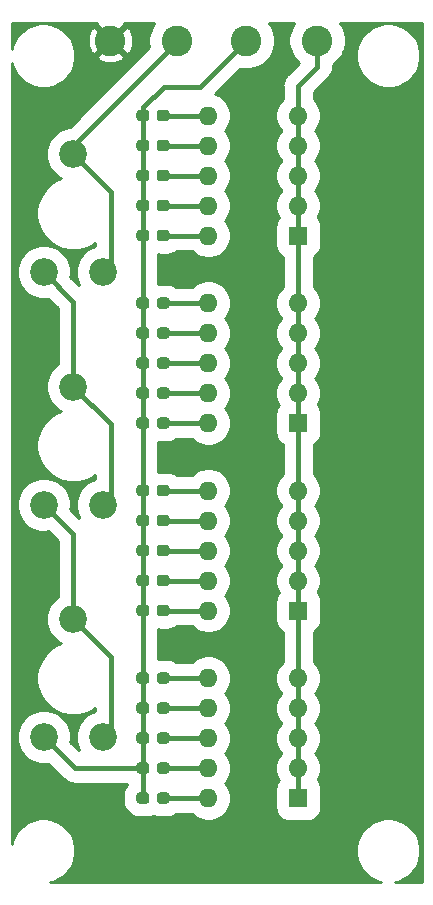
<source format=gbl>
%TF.GenerationSoftware,KiCad,Pcbnew,5.1.9+dfsg1-1~bpo10+1*%
%TF.CreationDate,2021-11-14T11:55:08+01:00*%
%TF.ProjectId,compensation,636f6d70-656e-4736-9174-696f6e2e6b69,1.0*%
%TF.SameCoordinates,Original*%
%TF.FileFunction,Copper,L2,Bot*%
%TF.FilePolarity,Positive*%
%FSLAX46Y46*%
G04 Gerber Fmt 4.6, Leading zero omitted, Abs format (unit mm)*
G04 Created by KiCad (PCBNEW 5.1.9+dfsg1-1~bpo10+1) date 2021-11-14 11:55:08*
%MOMM*%
%LPD*%
G01*
G04 APERTURE LIST*
%TA.AperFunction,ComponentPad*%
%ADD10C,2.600000*%
%TD*%
%TA.AperFunction,ComponentPad*%
%ADD11C,2.340000*%
%TD*%
%TA.AperFunction,ComponentPad*%
%ADD12O,1.600000X1.600000*%
%TD*%
%TA.AperFunction,ComponentPad*%
%ADD13R,1.600000X1.600000*%
%TD*%
%TA.AperFunction,ViaPad*%
%ADD14C,2.000000*%
%TD*%
%TA.AperFunction,Conductor*%
%ADD15C,0.400000*%
%TD*%
%TA.AperFunction,Conductor*%
%ADD16C,0.250000*%
%TD*%
%TA.AperFunction,Conductor*%
%ADD17C,0.100000*%
%TD*%
G04 APERTURE END LIST*
D10*
X93500000Y-80110000D03*
X87500000Y-80110000D03*
X81645000Y-80110000D03*
X76000000Y-80110000D03*
D11*
X75350000Y-99715000D03*
X72850000Y-89715000D03*
X70350000Y-99715000D03*
X75350000Y-139085000D03*
X72850000Y-129085000D03*
X70350000Y-139085000D03*
X75350000Y-119400000D03*
X72850000Y-109400000D03*
X70350000Y-119400000D03*
D12*
X84280000Y-144245000D03*
X91900000Y-134085000D03*
X84280000Y-141705000D03*
X91900000Y-136625000D03*
X84280000Y-139165000D03*
X91900000Y-139165000D03*
X84280000Y-136625000D03*
X91900000Y-141705000D03*
X84280000Y-134085000D03*
D13*
X91900000Y-144245000D03*
D12*
X84280000Y-128370000D03*
X91900000Y-118210000D03*
X84280000Y-125830000D03*
X91900000Y-120750000D03*
X84280000Y-123290000D03*
X91900000Y-123290000D03*
X84280000Y-120750000D03*
X91900000Y-125830000D03*
X84280000Y-118210000D03*
D13*
X91900000Y-128370000D03*
D12*
X84280000Y-112495000D03*
X91900000Y-102335000D03*
X84280000Y-109955000D03*
X91900000Y-104875000D03*
X84280000Y-107415000D03*
X91900000Y-107415000D03*
X84280000Y-104875000D03*
X91900000Y-109955000D03*
X84280000Y-102335000D03*
D13*
X91900000Y-112495000D03*
D12*
X84280000Y-96620000D03*
X91900000Y-86460000D03*
X84280000Y-94080000D03*
X91900000Y-89000000D03*
X84280000Y-91540000D03*
X91900000Y-91540000D03*
X84280000Y-89000000D03*
X91900000Y-94080000D03*
X84280000Y-86460000D03*
D13*
X91900000Y-96620000D03*
%TA.AperFunction,SMDPad,CuDef*%
G36*
G01*
X79282500Y-133847500D02*
X79282500Y-134322500D01*
G75*
G02*
X79045000Y-134560000I-237500J0D01*
G01*
X78445000Y-134560000D01*
G75*
G02*
X78207500Y-134322500I0J237500D01*
G01*
X78207500Y-133847500D01*
G75*
G02*
X78445000Y-133610000I237500J0D01*
G01*
X79045000Y-133610000D01*
G75*
G02*
X79282500Y-133847500I0J-237500D01*
G01*
G37*
%TD.AperFunction*%
%TA.AperFunction,SMDPad,CuDef*%
G36*
G01*
X81007500Y-133847500D02*
X81007500Y-134322500D01*
G75*
G02*
X80770000Y-134560000I-237500J0D01*
G01*
X80170000Y-134560000D01*
G75*
G02*
X79932500Y-134322500I0J237500D01*
G01*
X79932500Y-133847500D01*
G75*
G02*
X80170000Y-133610000I237500J0D01*
G01*
X80770000Y-133610000D01*
G75*
G02*
X81007500Y-133847500I0J-237500D01*
G01*
G37*
%TD.AperFunction*%
%TA.AperFunction,SMDPad,CuDef*%
G36*
G01*
X79282500Y-117972500D02*
X79282500Y-118447500D01*
G75*
G02*
X79045000Y-118685000I-237500J0D01*
G01*
X78445000Y-118685000D01*
G75*
G02*
X78207500Y-118447500I0J237500D01*
G01*
X78207500Y-117972500D01*
G75*
G02*
X78445000Y-117735000I237500J0D01*
G01*
X79045000Y-117735000D01*
G75*
G02*
X79282500Y-117972500I0J-237500D01*
G01*
G37*
%TD.AperFunction*%
%TA.AperFunction,SMDPad,CuDef*%
G36*
G01*
X81007500Y-117972500D02*
X81007500Y-118447500D01*
G75*
G02*
X80770000Y-118685000I-237500J0D01*
G01*
X80170000Y-118685000D01*
G75*
G02*
X79932500Y-118447500I0J237500D01*
G01*
X79932500Y-117972500D01*
G75*
G02*
X80170000Y-117735000I237500J0D01*
G01*
X80770000Y-117735000D01*
G75*
G02*
X81007500Y-117972500I0J-237500D01*
G01*
G37*
%TD.AperFunction*%
%TA.AperFunction,SMDPad,CuDef*%
G36*
G01*
X79282500Y-102097500D02*
X79282500Y-102572500D01*
G75*
G02*
X79045000Y-102810000I-237500J0D01*
G01*
X78445000Y-102810000D01*
G75*
G02*
X78207500Y-102572500I0J237500D01*
G01*
X78207500Y-102097500D01*
G75*
G02*
X78445000Y-101860000I237500J0D01*
G01*
X79045000Y-101860000D01*
G75*
G02*
X79282500Y-102097500I0J-237500D01*
G01*
G37*
%TD.AperFunction*%
%TA.AperFunction,SMDPad,CuDef*%
G36*
G01*
X81007500Y-102097500D02*
X81007500Y-102572500D01*
G75*
G02*
X80770000Y-102810000I-237500J0D01*
G01*
X80170000Y-102810000D01*
G75*
G02*
X79932500Y-102572500I0J237500D01*
G01*
X79932500Y-102097500D01*
G75*
G02*
X80170000Y-101860000I237500J0D01*
G01*
X80770000Y-101860000D01*
G75*
G02*
X81007500Y-102097500I0J-237500D01*
G01*
G37*
%TD.AperFunction*%
%TA.AperFunction,SMDPad,CuDef*%
G36*
G01*
X79282500Y-86222500D02*
X79282500Y-86697500D01*
G75*
G02*
X79045000Y-86935000I-237500J0D01*
G01*
X78445000Y-86935000D01*
G75*
G02*
X78207500Y-86697500I0J237500D01*
G01*
X78207500Y-86222500D01*
G75*
G02*
X78445000Y-85985000I237500J0D01*
G01*
X79045000Y-85985000D01*
G75*
G02*
X79282500Y-86222500I0J-237500D01*
G01*
G37*
%TD.AperFunction*%
%TA.AperFunction,SMDPad,CuDef*%
G36*
G01*
X81007500Y-86222500D02*
X81007500Y-86697500D01*
G75*
G02*
X80770000Y-86935000I-237500J0D01*
G01*
X80170000Y-86935000D01*
G75*
G02*
X79932500Y-86697500I0J237500D01*
G01*
X79932500Y-86222500D01*
G75*
G02*
X80170000Y-85985000I237500J0D01*
G01*
X80770000Y-85985000D01*
G75*
G02*
X81007500Y-86222500I0J-237500D01*
G01*
G37*
%TD.AperFunction*%
%TA.AperFunction,SMDPad,CuDef*%
G36*
G01*
X79282500Y-136387500D02*
X79282500Y-136862500D01*
G75*
G02*
X79045000Y-137100000I-237500J0D01*
G01*
X78445000Y-137100000D01*
G75*
G02*
X78207500Y-136862500I0J237500D01*
G01*
X78207500Y-136387500D01*
G75*
G02*
X78445000Y-136150000I237500J0D01*
G01*
X79045000Y-136150000D01*
G75*
G02*
X79282500Y-136387500I0J-237500D01*
G01*
G37*
%TD.AperFunction*%
%TA.AperFunction,SMDPad,CuDef*%
G36*
G01*
X81007500Y-136387500D02*
X81007500Y-136862500D01*
G75*
G02*
X80770000Y-137100000I-237500J0D01*
G01*
X80170000Y-137100000D01*
G75*
G02*
X79932500Y-136862500I0J237500D01*
G01*
X79932500Y-136387500D01*
G75*
G02*
X80170000Y-136150000I237500J0D01*
G01*
X80770000Y-136150000D01*
G75*
G02*
X81007500Y-136387500I0J-237500D01*
G01*
G37*
%TD.AperFunction*%
%TA.AperFunction,SMDPad,CuDef*%
G36*
G01*
X79282500Y-120512500D02*
X79282500Y-120987500D01*
G75*
G02*
X79045000Y-121225000I-237500J0D01*
G01*
X78445000Y-121225000D01*
G75*
G02*
X78207500Y-120987500I0J237500D01*
G01*
X78207500Y-120512500D01*
G75*
G02*
X78445000Y-120275000I237500J0D01*
G01*
X79045000Y-120275000D01*
G75*
G02*
X79282500Y-120512500I0J-237500D01*
G01*
G37*
%TD.AperFunction*%
%TA.AperFunction,SMDPad,CuDef*%
G36*
G01*
X81007500Y-120512500D02*
X81007500Y-120987500D01*
G75*
G02*
X80770000Y-121225000I-237500J0D01*
G01*
X80170000Y-121225000D01*
G75*
G02*
X79932500Y-120987500I0J237500D01*
G01*
X79932500Y-120512500D01*
G75*
G02*
X80170000Y-120275000I237500J0D01*
G01*
X80770000Y-120275000D01*
G75*
G02*
X81007500Y-120512500I0J-237500D01*
G01*
G37*
%TD.AperFunction*%
%TA.AperFunction,SMDPad,CuDef*%
G36*
G01*
X79282500Y-104637500D02*
X79282500Y-105112500D01*
G75*
G02*
X79045000Y-105350000I-237500J0D01*
G01*
X78445000Y-105350000D01*
G75*
G02*
X78207500Y-105112500I0J237500D01*
G01*
X78207500Y-104637500D01*
G75*
G02*
X78445000Y-104400000I237500J0D01*
G01*
X79045000Y-104400000D01*
G75*
G02*
X79282500Y-104637500I0J-237500D01*
G01*
G37*
%TD.AperFunction*%
%TA.AperFunction,SMDPad,CuDef*%
G36*
G01*
X81007500Y-104637500D02*
X81007500Y-105112500D01*
G75*
G02*
X80770000Y-105350000I-237500J0D01*
G01*
X80170000Y-105350000D01*
G75*
G02*
X79932500Y-105112500I0J237500D01*
G01*
X79932500Y-104637500D01*
G75*
G02*
X80170000Y-104400000I237500J0D01*
G01*
X80770000Y-104400000D01*
G75*
G02*
X81007500Y-104637500I0J-237500D01*
G01*
G37*
%TD.AperFunction*%
%TA.AperFunction,SMDPad,CuDef*%
G36*
G01*
X79282500Y-88762500D02*
X79282500Y-89237500D01*
G75*
G02*
X79045000Y-89475000I-237500J0D01*
G01*
X78445000Y-89475000D01*
G75*
G02*
X78207500Y-89237500I0J237500D01*
G01*
X78207500Y-88762500D01*
G75*
G02*
X78445000Y-88525000I237500J0D01*
G01*
X79045000Y-88525000D01*
G75*
G02*
X79282500Y-88762500I0J-237500D01*
G01*
G37*
%TD.AperFunction*%
%TA.AperFunction,SMDPad,CuDef*%
G36*
G01*
X81007500Y-88762500D02*
X81007500Y-89237500D01*
G75*
G02*
X80770000Y-89475000I-237500J0D01*
G01*
X80170000Y-89475000D01*
G75*
G02*
X79932500Y-89237500I0J237500D01*
G01*
X79932500Y-88762500D01*
G75*
G02*
X80170000Y-88525000I237500J0D01*
G01*
X80770000Y-88525000D01*
G75*
G02*
X81007500Y-88762500I0J-237500D01*
G01*
G37*
%TD.AperFunction*%
%TA.AperFunction,SMDPad,CuDef*%
G36*
G01*
X79282500Y-138927500D02*
X79282500Y-139402500D01*
G75*
G02*
X79045000Y-139640000I-237500J0D01*
G01*
X78445000Y-139640000D01*
G75*
G02*
X78207500Y-139402500I0J237500D01*
G01*
X78207500Y-138927500D01*
G75*
G02*
X78445000Y-138690000I237500J0D01*
G01*
X79045000Y-138690000D01*
G75*
G02*
X79282500Y-138927500I0J-237500D01*
G01*
G37*
%TD.AperFunction*%
%TA.AperFunction,SMDPad,CuDef*%
G36*
G01*
X81007500Y-138927500D02*
X81007500Y-139402500D01*
G75*
G02*
X80770000Y-139640000I-237500J0D01*
G01*
X80170000Y-139640000D01*
G75*
G02*
X79932500Y-139402500I0J237500D01*
G01*
X79932500Y-138927500D01*
G75*
G02*
X80170000Y-138690000I237500J0D01*
G01*
X80770000Y-138690000D01*
G75*
G02*
X81007500Y-138927500I0J-237500D01*
G01*
G37*
%TD.AperFunction*%
%TA.AperFunction,SMDPad,CuDef*%
G36*
G01*
X79282500Y-123052500D02*
X79282500Y-123527500D01*
G75*
G02*
X79045000Y-123765000I-237500J0D01*
G01*
X78445000Y-123765000D01*
G75*
G02*
X78207500Y-123527500I0J237500D01*
G01*
X78207500Y-123052500D01*
G75*
G02*
X78445000Y-122815000I237500J0D01*
G01*
X79045000Y-122815000D01*
G75*
G02*
X79282500Y-123052500I0J-237500D01*
G01*
G37*
%TD.AperFunction*%
%TA.AperFunction,SMDPad,CuDef*%
G36*
G01*
X81007500Y-123052500D02*
X81007500Y-123527500D01*
G75*
G02*
X80770000Y-123765000I-237500J0D01*
G01*
X80170000Y-123765000D01*
G75*
G02*
X79932500Y-123527500I0J237500D01*
G01*
X79932500Y-123052500D01*
G75*
G02*
X80170000Y-122815000I237500J0D01*
G01*
X80770000Y-122815000D01*
G75*
G02*
X81007500Y-123052500I0J-237500D01*
G01*
G37*
%TD.AperFunction*%
%TA.AperFunction,SMDPad,CuDef*%
G36*
G01*
X79282500Y-107177500D02*
X79282500Y-107652500D01*
G75*
G02*
X79045000Y-107890000I-237500J0D01*
G01*
X78445000Y-107890000D01*
G75*
G02*
X78207500Y-107652500I0J237500D01*
G01*
X78207500Y-107177500D01*
G75*
G02*
X78445000Y-106940000I237500J0D01*
G01*
X79045000Y-106940000D01*
G75*
G02*
X79282500Y-107177500I0J-237500D01*
G01*
G37*
%TD.AperFunction*%
%TA.AperFunction,SMDPad,CuDef*%
G36*
G01*
X81007500Y-107177500D02*
X81007500Y-107652500D01*
G75*
G02*
X80770000Y-107890000I-237500J0D01*
G01*
X80170000Y-107890000D01*
G75*
G02*
X79932500Y-107652500I0J237500D01*
G01*
X79932500Y-107177500D01*
G75*
G02*
X80170000Y-106940000I237500J0D01*
G01*
X80770000Y-106940000D01*
G75*
G02*
X81007500Y-107177500I0J-237500D01*
G01*
G37*
%TD.AperFunction*%
%TA.AperFunction,SMDPad,CuDef*%
G36*
G01*
X79282500Y-91302500D02*
X79282500Y-91777500D01*
G75*
G02*
X79045000Y-92015000I-237500J0D01*
G01*
X78445000Y-92015000D01*
G75*
G02*
X78207500Y-91777500I0J237500D01*
G01*
X78207500Y-91302500D01*
G75*
G02*
X78445000Y-91065000I237500J0D01*
G01*
X79045000Y-91065000D01*
G75*
G02*
X79282500Y-91302500I0J-237500D01*
G01*
G37*
%TD.AperFunction*%
%TA.AperFunction,SMDPad,CuDef*%
G36*
G01*
X81007500Y-91302500D02*
X81007500Y-91777500D01*
G75*
G02*
X80770000Y-92015000I-237500J0D01*
G01*
X80170000Y-92015000D01*
G75*
G02*
X79932500Y-91777500I0J237500D01*
G01*
X79932500Y-91302500D01*
G75*
G02*
X80170000Y-91065000I237500J0D01*
G01*
X80770000Y-91065000D01*
G75*
G02*
X81007500Y-91302500I0J-237500D01*
G01*
G37*
%TD.AperFunction*%
%TA.AperFunction,SMDPad,CuDef*%
G36*
G01*
X79282500Y-141467500D02*
X79282500Y-141942500D01*
G75*
G02*
X79045000Y-142180000I-237500J0D01*
G01*
X78445000Y-142180000D01*
G75*
G02*
X78207500Y-141942500I0J237500D01*
G01*
X78207500Y-141467500D01*
G75*
G02*
X78445000Y-141230000I237500J0D01*
G01*
X79045000Y-141230000D01*
G75*
G02*
X79282500Y-141467500I0J-237500D01*
G01*
G37*
%TD.AperFunction*%
%TA.AperFunction,SMDPad,CuDef*%
G36*
G01*
X81007500Y-141467500D02*
X81007500Y-141942500D01*
G75*
G02*
X80770000Y-142180000I-237500J0D01*
G01*
X80170000Y-142180000D01*
G75*
G02*
X79932500Y-141942500I0J237500D01*
G01*
X79932500Y-141467500D01*
G75*
G02*
X80170000Y-141230000I237500J0D01*
G01*
X80770000Y-141230000D01*
G75*
G02*
X81007500Y-141467500I0J-237500D01*
G01*
G37*
%TD.AperFunction*%
%TA.AperFunction,SMDPad,CuDef*%
G36*
G01*
X79282500Y-125592500D02*
X79282500Y-126067500D01*
G75*
G02*
X79045000Y-126305000I-237500J0D01*
G01*
X78445000Y-126305000D01*
G75*
G02*
X78207500Y-126067500I0J237500D01*
G01*
X78207500Y-125592500D01*
G75*
G02*
X78445000Y-125355000I237500J0D01*
G01*
X79045000Y-125355000D01*
G75*
G02*
X79282500Y-125592500I0J-237500D01*
G01*
G37*
%TD.AperFunction*%
%TA.AperFunction,SMDPad,CuDef*%
G36*
G01*
X81007500Y-125592500D02*
X81007500Y-126067500D01*
G75*
G02*
X80770000Y-126305000I-237500J0D01*
G01*
X80170000Y-126305000D01*
G75*
G02*
X79932500Y-126067500I0J237500D01*
G01*
X79932500Y-125592500D01*
G75*
G02*
X80170000Y-125355000I237500J0D01*
G01*
X80770000Y-125355000D01*
G75*
G02*
X81007500Y-125592500I0J-237500D01*
G01*
G37*
%TD.AperFunction*%
%TA.AperFunction,SMDPad,CuDef*%
G36*
G01*
X79282500Y-109717500D02*
X79282500Y-110192500D01*
G75*
G02*
X79045000Y-110430000I-237500J0D01*
G01*
X78445000Y-110430000D01*
G75*
G02*
X78207500Y-110192500I0J237500D01*
G01*
X78207500Y-109717500D01*
G75*
G02*
X78445000Y-109480000I237500J0D01*
G01*
X79045000Y-109480000D01*
G75*
G02*
X79282500Y-109717500I0J-237500D01*
G01*
G37*
%TD.AperFunction*%
%TA.AperFunction,SMDPad,CuDef*%
G36*
G01*
X81007500Y-109717500D02*
X81007500Y-110192500D01*
G75*
G02*
X80770000Y-110430000I-237500J0D01*
G01*
X80170000Y-110430000D01*
G75*
G02*
X79932500Y-110192500I0J237500D01*
G01*
X79932500Y-109717500D01*
G75*
G02*
X80170000Y-109480000I237500J0D01*
G01*
X80770000Y-109480000D01*
G75*
G02*
X81007500Y-109717500I0J-237500D01*
G01*
G37*
%TD.AperFunction*%
%TA.AperFunction,SMDPad,CuDef*%
G36*
G01*
X79282500Y-93842500D02*
X79282500Y-94317500D01*
G75*
G02*
X79045000Y-94555000I-237500J0D01*
G01*
X78445000Y-94555000D01*
G75*
G02*
X78207500Y-94317500I0J237500D01*
G01*
X78207500Y-93842500D01*
G75*
G02*
X78445000Y-93605000I237500J0D01*
G01*
X79045000Y-93605000D01*
G75*
G02*
X79282500Y-93842500I0J-237500D01*
G01*
G37*
%TD.AperFunction*%
%TA.AperFunction,SMDPad,CuDef*%
G36*
G01*
X81007500Y-93842500D02*
X81007500Y-94317500D01*
G75*
G02*
X80770000Y-94555000I-237500J0D01*
G01*
X80170000Y-94555000D01*
G75*
G02*
X79932500Y-94317500I0J237500D01*
G01*
X79932500Y-93842500D01*
G75*
G02*
X80170000Y-93605000I237500J0D01*
G01*
X80770000Y-93605000D01*
G75*
G02*
X81007500Y-93842500I0J-237500D01*
G01*
G37*
%TD.AperFunction*%
%TA.AperFunction,SMDPad,CuDef*%
G36*
G01*
X79282500Y-144007500D02*
X79282500Y-144482500D01*
G75*
G02*
X79045000Y-144720000I-237500J0D01*
G01*
X78445000Y-144720000D01*
G75*
G02*
X78207500Y-144482500I0J237500D01*
G01*
X78207500Y-144007500D01*
G75*
G02*
X78445000Y-143770000I237500J0D01*
G01*
X79045000Y-143770000D01*
G75*
G02*
X79282500Y-144007500I0J-237500D01*
G01*
G37*
%TD.AperFunction*%
%TA.AperFunction,SMDPad,CuDef*%
G36*
G01*
X81007500Y-144007500D02*
X81007500Y-144482500D01*
G75*
G02*
X80770000Y-144720000I-237500J0D01*
G01*
X80170000Y-144720000D01*
G75*
G02*
X79932500Y-144482500I0J237500D01*
G01*
X79932500Y-144007500D01*
G75*
G02*
X80170000Y-143770000I237500J0D01*
G01*
X80770000Y-143770000D01*
G75*
G02*
X81007500Y-144007500I0J-237500D01*
G01*
G37*
%TD.AperFunction*%
%TA.AperFunction,SMDPad,CuDef*%
G36*
G01*
X79282500Y-128132500D02*
X79282500Y-128607500D01*
G75*
G02*
X79045000Y-128845000I-237500J0D01*
G01*
X78445000Y-128845000D01*
G75*
G02*
X78207500Y-128607500I0J237500D01*
G01*
X78207500Y-128132500D01*
G75*
G02*
X78445000Y-127895000I237500J0D01*
G01*
X79045000Y-127895000D01*
G75*
G02*
X79282500Y-128132500I0J-237500D01*
G01*
G37*
%TD.AperFunction*%
%TA.AperFunction,SMDPad,CuDef*%
G36*
G01*
X81007500Y-128132500D02*
X81007500Y-128607500D01*
G75*
G02*
X80770000Y-128845000I-237500J0D01*
G01*
X80170000Y-128845000D01*
G75*
G02*
X79932500Y-128607500I0J237500D01*
G01*
X79932500Y-128132500D01*
G75*
G02*
X80170000Y-127895000I237500J0D01*
G01*
X80770000Y-127895000D01*
G75*
G02*
X81007500Y-128132500I0J-237500D01*
G01*
G37*
%TD.AperFunction*%
%TA.AperFunction,SMDPad,CuDef*%
G36*
G01*
X79282500Y-112257500D02*
X79282500Y-112732500D01*
G75*
G02*
X79045000Y-112970000I-237500J0D01*
G01*
X78445000Y-112970000D01*
G75*
G02*
X78207500Y-112732500I0J237500D01*
G01*
X78207500Y-112257500D01*
G75*
G02*
X78445000Y-112020000I237500J0D01*
G01*
X79045000Y-112020000D01*
G75*
G02*
X79282500Y-112257500I0J-237500D01*
G01*
G37*
%TD.AperFunction*%
%TA.AperFunction,SMDPad,CuDef*%
G36*
G01*
X81007500Y-112257500D02*
X81007500Y-112732500D01*
G75*
G02*
X80770000Y-112970000I-237500J0D01*
G01*
X80170000Y-112970000D01*
G75*
G02*
X79932500Y-112732500I0J237500D01*
G01*
X79932500Y-112257500D01*
G75*
G02*
X80170000Y-112020000I237500J0D01*
G01*
X80770000Y-112020000D01*
G75*
G02*
X81007500Y-112257500I0J-237500D01*
G01*
G37*
%TD.AperFunction*%
%TA.AperFunction,SMDPad,CuDef*%
G36*
G01*
X79282500Y-96382500D02*
X79282500Y-96857500D01*
G75*
G02*
X79045000Y-97095000I-237500J0D01*
G01*
X78445000Y-97095000D01*
G75*
G02*
X78207500Y-96857500I0J237500D01*
G01*
X78207500Y-96382500D01*
G75*
G02*
X78445000Y-96145000I237500J0D01*
G01*
X79045000Y-96145000D01*
G75*
G02*
X79282500Y-96382500I0J-237500D01*
G01*
G37*
%TD.AperFunction*%
%TA.AperFunction,SMDPad,CuDef*%
G36*
G01*
X81007500Y-96382500D02*
X81007500Y-96857500D01*
G75*
G02*
X80770000Y-97095000I-237500J0D01*
G01*
X80170000Y-97095000D01*
G75*
G02*
X79932500Y-96857500I0J237500D01*
G01*
X79932500Y-96382500D01*
G75*
G02*
X80170000Y-96145000I237500J0D01*
G01*
X80770000Y-96145000D01*
G75*
G02*
X81007500Y-96382500I0J-237500D01*
G01*
G37*
%TD.AperFunction*%
D14*
X81740000Y-131291000D03*
X81665000Y-115289000D03*
X81665000Y-99541000D03*
X95710000Y-84555000D03*
X96000000Y-146000000D03*
X98885000Y-131291000D03*
X98810000Y-115289000D03*
X98810000Y-99541000D03*
X69675000Y-143229000D03*
X69675000Y-124941000D03*
X69675000Y-104875000D03*
X69675000Y-85825000D03*
X81740000Y-147039000D03*
X88090000Y-84936000D03*
D15*
X78745000Y-132000000D02*
X78745000Y-86460000D01*
X78745000Y-86460000D02*
X78745000Y-85755000D01*
X78745000Y-85755000D02*
X80500000Y-84000000D01*
X83610000Y-84000000D02*
X87500000Y-80110000D01*
X80500000Y-84000000D02*
X83610000Y-84000000D01*
X72970000Y-141705000D02*
X78745000Y-141705000D01*
X70350000Y-139085000D02*
X72970000Y-141705000D01*
X78745000Y-129185000D02*
X78745000Y-128825000D01*
X78745000Y-144245000D02*
X78745000Y-129185000D01*
X80470000Y-86460000D02*
X84280000Y-86460000D01*
X84280000Y-89000000D02*
X80470000Y-89000000D01*
X80470000Y-91540000D02*
X84280000Y-91540000D01*
X80470000Y-94080000D02*
X84280000Y-94080000D01*
X84280000Y-96620000D02*
X80470000Y-96620000D01*
X80470000Y-102335000D02*
X84280000Y-102335000D01*
X84280000Y-104875000D02*
X80470000Y-104875000D01*
X80470000Y-107415000D02*
X84280000Y-107415000D01*
X84280000Y-109955000D02*
X80470000Y-109955000D01*
X80470000Y-112495000D02*
X84280000Y-112495000D01*
X84280000Y-118210000D02*
X80470000Y-118210000D01*
X80470000Y-120750000D02*
X84280000Y-120750000D01*
X80470000Y-123290000D02*
X84280000Y-123290000D01*
X84280000Y-125830000D02*
X80470000Y-125830000D01*
X80470000Y-128370000D02*
X84280000Y-128370000D01*
X84280000Y-134085000D02*
X80470000Y-134085000D01*
X80470000Y-136625000D02*
X84280000Y-136625000D01*
X84280000Y-139165000D02*
X80470000Y-139165000D01*
X80470000Y-141705000D02*
X84280000Y-141705000D01*
X80470000Y-144245000D02*
X84280000Y-144245000D01*
D16*
X91900000Y-96620000D02*
X91900000Y-86460000D01*
D15*
X91900000Y-144245000D02*
X91900000Y-86460000D01*
X91900000Y-86460000D02*
X91900000Y-83920000D01*
X93500000Y-82320000D02*
X93500000Y-80110000D01*
X91900000Y-83920000D02*
X93500000Y-82320000D01*
X75350000Y-99715000D02*
X76025000Y-99040000D01*
X76025000Y-92890000D02*
X72850000Y-89715000D01*
X76025000Y-99040000D02*
X76025000Y-92890000D01*
X81645000Y-80205000D02*
X81645000Y-80110000D01*
X72850000Y-89715000D02*
X72850000Y-89000000D01*
X72850000Y-89000000D02*
X81645000Y-80205000D01*
X75350000Y-119400000D02*
X75470000Y-119400000D01*
X75470000Y-119400000D02*
X76025000Y-118845000D01*
X76025000Y-112575000D02*
X72850000Y-109400000D01*
X76025000Y-118845000D02*
X76025000Y-112575000D01*
X72850000Y-102215000D02*
X70350000Y-99715000D01*
X72850000Y-109400000D02*
X72850000Y-102215000D01*
X75350000Y-139085000D02*
X75470000Y-139085000D01*
X75470000Y-139085000D02*
X76025000Y-138530000D01*
X76025000Y-132260000D02*
X72850000Y-129085000D01*
X76025000Y-138530000D02*
X76025000Y-132260000D01*
X72850000Y-121900000D02*
X70350000Y-119400000D01*
X72850000Y-129085000D02*
X72850000Y-121900000D01*
D16*
X74834218Y-78767441D02*
X76000000Y-79933223D01*
X77165782Y-78767441D01*
X77112659Y-78650000D01*
X79704017Y-78650000D01*
X79495992Y-78961332D01*
X79313191Y-79402653D01*
X79220000Y-79871158D01*
X79220000Y-80348842D01*
X79287579Y-80688588D01*
X72539335Y-87436833D01*
X72180573Y-87508195D01*
X71762910Y-87681197D01*
X71387022Y-87932357D01*
X71067357Y-88252022D01*
X70816197Y-88627910D01*
X70643195Y-89045573D01*
X70555000Y-89488962D01*
X70555000Y-89941038D01*
X70643195Y-90384427D01*
X70816197Y-90802090D01*
X71067357Y-91177978D01*
X71387022Y-91497643D01*
X71762910Y-91748803D01*
X71803962Y-91765807D01*
X71369757Y-91945661D01*
X70857928Y-92287654D01*
X70422654Y-92722928D01*
X70080661Y-93234757D01*
X69845092Y-93803471D01*
X69725000Y-94407214D01*
X69725000Y-95022786D01*
X69845092Y-95626529D01*
X70080661Y-96195243D01*
X70422654Y-96707072D01*
X70857928Y-97142346D01*
X71369757Y-97484339D01*
X71938471Y-97719908D01*
X72542214Y-97840000D01*
X73157786Y-97840000D01*
X73761529Y-97719908D01*
X74330243Y-97484339D01*
X74700000Y-97237275D01*
X74700000Y-97504331D01*
X74680573Y-97508195D01*
X74262910Y-97681197D01*
X73887022Y-97932357D01*
X73567357Y-98252022D01*
X73316197Y-98627910D01*
X73143195Y-99045573D01*
X73055000Y-99488962D01*
X73055000Y-99941038D01*
X73143195Y-100384427D01*
X73316197Y-100802090D01*
X73326817Y-100817985D01*
X72612626Y-100103794D01*
X72645000Y-99941038D01*
X72645000Y-99488962D01*
X72556805Y-99045573D01*
X72383803Y-98627910D01*
X72132643Y-98252022D01*
X71812978Y-97932357D01*
X71437090Y-97681197D01*
X71019427Y-97508195D01*
X70576038Y-97420000D01*
X70123962Y-97420000D01*
X69680573Y-97508195D01*
X69262910Y-97681197D01*
X68887022Y-97932357D01*
X68567357Y-98252022D01*
X68316197Y-98627910D01*
X68143195Y-99045573D01*
X68055000Y-99488962D01*
X68055000Y-99941038D01*
X68143195Y-100384427D01*
X68316197Y-100802090D01*
X68567357Y-101177978D01*
X68887022Y-101497643D01*
X69262910Y-101748803D01*
X69680573Y-101921805D01*
X70123962Y-102010000D01*
X70576038Y-102010000D01*
X70738794Y-101977626D01*
X71525001Y-102763834D01*
X71525000Y-107525163D01*
X71387022Y-107617357D01*
X71067357Y-107937022D01*
X70816197Y-108312910D01*
X70643195Y-108730573D01*
X70555000Y-109173962D01*
X70555000Y-109626038D01*
X70643195Y-110069427D01*
X70816197Y-110487090D01*
X71067357Y-110862978D01*
X71387022Y-111182643D01*
X71762910Y-111433803D01*
X71803962Y-111450807D01*
X71369757Y-111630661D01*
X70857928Y-111972654D01*
X70422654Y-112407928D01*
X70080661Y-112919757D01*
X69845092Y-113488471D01*
X69725000Y-114092214D01*
X69725000Y-114707786D01*
X69845092Y-115311529D01*
X70080661Y-115880243D01*
X70422654Y-116392072D01*
X70857928Y-116827346D01*
X71369757Y-117169339D01*
X71938471Y-117404908D01*
X72542214Y-117525000D01*
X73157786Y-117525000D01*
X73761529Y-117404908D01*
X74330243Y-117169339D01*
X74700000Y-116922275D01*
X74700000Y-117189331D01*
X74680573Y-117193195D01*
X74262910Y-117366197D01*
X73887022Y-117617357D01*
X73567357Y-117937022D01*
X73316197Y-118312910D01*
X73143195Y-118730573D01*
X73055000Y-119173962D01*
X73055000Y-119626038D01*
X73143195Y-120069427D01*
X73316197Y-120487090D01*
X73326817Y-120502985D01*
X72612626Y-119788794D01*
X72645000Y-119626038D01*
X72645000Y-119173962D01*
X72556805Y-118730573D01*
X72383803Y-118312910D01*
X72132643Y-117937022D01*
X71812978Y-117617357D01*
X71437090Y-117366197D01*
X71019427Y-117193195D01*
X70576038Y-117105000D01*
X70123962Y-117105000D01*
X69680573Y-117193195D01*
X69262910Y-117366197D01*
X68887022Y-117617357D01*
X68567357Y-117937022D01*
X68316197Y-118312910D01*
X68143195Y-118730573D01*
X68055000Y-119173962D01*
X68055000Y-119626038D01*
X68143195Y-120069427D01*
X68316197Y-120487090D01*
X68567357Y-120862978D01*
X68887022Y-121182643D01*
X69262910Y-121433803D01*
X69680573Y-121606805D01*
X70123962Y-121695000D01*
X70576038Y-121695000D01*
X70738794Y-121662626D01*
X71525001Y-122448834D01*
X71525000Y-127210163D01*
X71387022Y-127302357D01*
X71067357Y-127622022D01*
X70816197Y-127997910D01*
X70643195Y-128415573D01*
X70555000Y-128858962D01*
X70555000Y-129311038D01*
X70643195Y-129754427D01*
X70816197Y-130172090D01*
X71067357Y-130547978D01*
X71387022Y-130867643D01*
X71762910Y-131118803D01*
X71803962Y-131135807D01*
X71369757Y-131315661D01*
X70857928Y-131657654D01*
X70422654Y-132092928D01*
X70080661Y-132604757D01*
X69845092Y-133173471D01*
X69725000Y-133777214D01*
X69725000Y-134392786D01*
X69845092Y-134996529D01*
X70080661Y-135565243D01*
X70422654Y-136077072D01*
X70857928Y-136512346D01*
X71369757Y-136854339D01*
X71938471Y-137089908D01*
X72542214Y-137210000D01*
X73157786Y-137210000D01*
X73761529Y-137089908D01*
X74330243Y-136854339D01*
X74700000Y-136607275D01*
X74700000Y-136874331D01*
X74680573Y-136878195D01*
X74262910Y-137051197D01*
X73887022Y-137302357D01*
X73567357Y-137622022D01*
X73316197Y-137997910D01*
X73143195Y-138415573D01*
X73055000Y-138858962D01*
X73055000Y-139311038D01*
X73143195Y-139754427D01*
X73316197Y-140172090D01*
X73326818Y-140187985D01*
X72612626Y-139473794D01*
X72645000Y-139311038D01*
X72645000Y-138858962D01*
X72556805Y-138415573D01*
X72383803Y-137997910D01*
X72132643Y-137622022D01*
X71812978Y-137302357D01*
X71437090Y-137051197D01*
X71019427Y-136878195D01*
X70576038Y-136790000D01*
X70123962Y-136790000D01*
X69680573Y-136878195D01*
X69262910Y-137051197D01*
X68887022Y-137302357D01*
X68567357Y-137622022D01*
X68316197Y-137997910D01*
X68143195Y-138415573D01*
X68055000Y-138858962D01*
X68055000Y-139311038D01*
X68143195Y-139754427D01*
X68316197Y-140172090D01*
X68567357Y-140547978D01*
X68887022Y-140867643D01*
X69262910Y-141118803D01*
X69680573Y-141291805D01*
X70123962Y-141380000D01*
X70576038Y-141380000D01*
X70738794Y-141347626D01*
X71987055Y-142595888D01*
X72028550Y-142646450D01*
X72230308Y-142812028D01*
X72432310Y-142920000D01*
X72460491Y-142935063D01*
X72710254Y-143010828D01*
X72970000Y-143036411D01*
X73035091Y-143030000D01*
X77420000Y-143030000D01*
X77420000Y-143110548D01*
X77307597Y-143247512D01*
X77181185Y-143484011D01*
X77103342Y-143740628D01*
X77077057Y-144007500D01*
X77077057Y-144482500D01*
X77103342Y-144749372D01*
X77181185Y-145005989D01*
X77307597Y-145242488D01*
X77477718Y-145449782D01*
X77685012Y-145619903D01*
X77921511Y-145746315D01*
X78178128Y-145824158D01*
X78445000Y-145850443D01*
X79045000Y-145850443D01*
X79311872Y-145824158D01*
X79568489Y-145746315D01*
X79607500Y-145725463D01*
X79646511Y-145746315D01*
X79903128Y-145824158D01*
X80170000Y-145850443D01*
X80770000Y-145850443D01*
X81036872Y-145824158D01*
X81293489Y-145746315D01*
X81529988Y-145619903D01*
X81590795Y-145570000D01*
X82882639Y-145570000D01*
X83052884Y-145740245D01*
X83368171Y-145950913D01*
X83718498Y-146096023D01*
X84090404Y-146170000D01*
X84469596Y-146170000D01*
X84841502Y-146096023D01*
X85191829Y-145950913D01*
X85507116Y-145740245D01*
X85775245Y-145472116D01*
X85985913Y-145156829D01*
X86131023Y-144806502D01*
X86205000Y-144434596D01*
X86205000Y-144055404D01*
X86131023Y-143683498D01*
X85985913Y-143333171D01*
X85775245Y-143017884D01*
X85732361Y-142975000D01*
X85775245Y-142932116D01*
X85985913Y-142616829D01*
X86131023Y-142266502D01*
X86205000Y-141894596D01*
X86205000Y-141515404D01*
X86131023Y-141143498D01*
X85985913Y-140793171D01*
X85775245Y-140477884D01*
X85732361Y-140435000D01*
X85775245Y-140392116D01*
X85985913Y-140076829D01*
X86131023Y-139726502D01*
X86205000Y-139354596D01*
X86205000Y-138975404D01*
X86131023Y-138603498D01*
X85985913Y-138253171D01*
X85775245Y-137937884D01*
X85732361Y-137895000D01*
X85775245Y-137852116D01*
X85985913Y-137536829D01*
X86131023Y-137186502D01*
X86205000Y-136814596D01*
X86205000Y-136435404D01*
X86131023Y-136063498D01*
X85985913Y-135713171D01*
X85775245Y-135397884D01*
X85732361Y-135355000D01*
X85775245Y-135312116D01*
X85985913Y-134996829D01*
X86131023Y-134646502D01*
X86205000Y-134274596D01*
X86205000Y-133895404D01*
X86131023Y-133523498D01*
X85985913Y-133173171D01*
X85775245Y-132857884D01*
X85507116Y-132589755D01*
X85191829Y-132379087D01*
X84841502Y-132233977D01*
X84469596Y-132160000D01*
X84090404Y-132160000D01*
X83718498Y-132233977D01*
X83368171Y-132379087D01*
X83052884Y-132589755D01*
X82882639Y-132760000D01*
X81590795Y-132760000D01*
X81529988Y-132710097D01*
X81293489Y-132583685D01*
X81036872Y-132505842D01*
X80770000Y-132479557D01*
X80170000Y-132479557D01*
X80070000Y-132489406D01*
X80070000Y-129965594D01*
X80170000Y-129975443D01*
X80770000Y-129975443D01*
X81036872Y-129949158D01*
X81293489Y-129871315D01*
X81529988Y-129744903D01*
X81590795Y-129695000D01*
X82882639Y-129695000D01*
X83052884Y-129865245D01*
X83368171Y-130075913D01*
X83718498Y-130221023D01*
X84090404Y-130295000D01*
X84469596Y-130295000D01*
X84841502Y-130221023D01*
X85191829Y-130075913D01*
X85507116Y-129865245D01*
X85775245Y-129597116D01*
X85985913Y-129281829D01*
X86131023Y-128931502D01*
X86205000Y-128559596D01*
X86205000Y-128180404D01*
X86131023Y-127808498D01*
X85985913Y-127458171D01*
X85775245Y-127142884D01*
X85732361Y-127100000D01*
X85775245Y-127057116D01*
X85985913Y-126741829D01*
X86131023Y-126391502D01*
X86205000Y-126019596D01*
X86205000Y-125640404D01*
X86131023Y-125268498D01*
X85985913Y-124918171D01*
X85775245Y-124602884D01*
X85732361Y-124560000D01*
X85775245Y-124517116D01*
X85985913Y-124201829D01*
X86131023Y-123851502D01*
X86205000Y-123479596D01*
X86205000Y-123100404D01*
X86131023Y-122728498D01*
X85985913Y-122378171D01*
X85775245Y-122062884D01*
X85732361Y-122020000D01*
X85775245Y-121977116D01*
X85985913Y-121661829D01*
X86131023Y-121311502D01*
X86205000Y-120939596D01*
X86205000Y-120560404D01*
X86131023Y-120188498D01*
X85985913Y-119838171D01*
X85775245Y-119522884D01*
X85732361Y-119480000D01*
X85775245Y-119437116D01*
X85985913Y-119121829D01*
X86131023Y-118771502D01*
X86205000Y-118399596D01*
X86205000Y-118020404D01*
X86131023Y-117648498D01*
X85985913Y-117298171D01*
X85775245Y-116982884D01*
X85507116Y-116714755D01*
X85191829Y-116504087D01*
X84841502Y-116358977D01*
X84469596Y-116285000D01*
X84090404Y-116285000D01*
X83718498Y-116358977D01*
X83368171Y-116504087D01*
X83052884Y-116714755D01*
X82882639Y-116885000D01*
X81590795Y-116885000D01*
X81529988Y-116835097D01*
X81293489Y-116708685D01*
X81036872Y-116630842D01*
X80770000Y-116604557D01*
X80170000Y-116604557D01*
X80070000Y-116614406D01*
X80070000Y-114090594D01*
X80170000Y-114100443D01*
X80770000Y-114100443D01*
X81036872Y-114074158D01*
X81293489Y-113996315D01*
X81529988Y-113869903D01*
X81590795Y-113820000D01*
X82882639Y-113820000D01*
X83052884Y-113990245D01*
X83368171Y-114200913D01*
X83718498Y-114346023D01*
X84090404Y-114420000D01*
X84469596Y-114420000D01*
X84841502Y-114346023D01*
X85191829Y-114200913D01*
X85507116Y-113990245D01*
X85775245Y-113722116D01*
X85985913Y-113406829D01*
X86131023Y-113056502D01*
X86205000Y-112684596D01*
X86205000Y-112305404D01*
X86131023Y-111933498D01*
X85985913Y-111583171D01*
X85775245Y-111267884D01*
X85732361Y-111225000D01*
X85775245Y-111182116D01*
X85985913Y-110866829D01*
X86131023Y-110516502D01*
X86205000Y-110144596D01*
X86205000Y-109765404D01*
X86131023Y-109393498D01*
X85985913Y-109043171D01*
X85775245Y-108727884D01*
X85732361Y-108685000D01*
X85775245Y-108642116D01*
X85985913Y-108326829D01*
X86131023Y-107976502D01*
X86205000Y-107604596D01*
X86205000Y-107225404D01*
X86131023Y-106853498D01*
X85985913Y-106503171D01*
X85775245Y-106187884D01*
X85732361Y-106145000D01*
X85775245Y-106102116D01*
X85985913Y-105786829D01*
X86131023Y-105436502D01*
X86205000Y-105064596D01*
X86205000Y-104685404D01*
X86131023Y-104313498D01*
X85985913Y-103963171D01*
X85775245Y-103647884D01*
X85732361Y-103605000D01*
X85775245Y-103562116D01*
X85985913Y-103246829D01*
X86131023Y-102896502D01*
X86205000Y-102524596D01*
X86205000Y-102145404D01*
X86131023Y-101773498D01*
X85985913Y-101423171D01*
X85775245Y-101107884D01*
X85507116Y-100839755D01*
X85191829Y-100629087D01*
X84841502Y-100483977D01*
X84469596Y-100410000D01*
X84090404Y-100410000D01*
X83718498Y-100483977D01*
X83368171Y-100629087D01*
X83052884Y-100839755D01*
X82882639Y-101010000D01*
X81590795Y-101010000D01*
X81529988Y-100960097D01*
X81293489Y-100833685D01*
X81036872Y-100755842D01*
X80770000Y-100729557D01*
X80170000Y-100729557D01*
X80070000Y-100739406D01*
X80070000Y-98215594D01*
X80170000Y-98225443D01*
X80770000Y-98225443D01*
X81036872Y-98199158D01*
X81293489Y-98121315D01*
X81529988Y-97994903D01*
X81590795Y-97945000D01*
X82882639Y-97945000D01*
X83052884Y-98115245D01*
X83368171Y-98325913D01*
X83718498Y-98471023D01*
X84090404Y-98545000D01*
X84469596Y-98545000D01*
X84841502Y-98471023D01*
X85191829Y-98325913D01*
X85507116Y-98115245D01*
X85775245Y-97847116D01*
X85985913Y-97531829D01*
X86131023Y-97181502D01*
X86205000Y-96809596D01*
X86205000Y-96430404D01*
X86131023Y-96058498D01*
X85985913Y-95708171D01*
X85775245Y-95392884D01*
X85732361Y-95350000D01*
X85775245Y-95307116D01*
X85985913Y-94991829D01*
X86131023Y-94641502D01*
X86205000Y-94269596D01*
X86205000Y-93890404D01*
X86131023Y-93518498D01*
X85985913Y-93168171D01*
X85775245Y-92852884D01*
X85732361Y-92810000D01*
X85775245Y-92767116D01*
X85985913Y-92451829D01*
X86131023Y-92101502D01*
X86205000Y-91729596D01*
X86205000Y-91350404D01*
X86131023Y-90978498D01*
X85985913Y-90628171D01*
X85775245Y-90312884D01*
X85732361Y-90270000D01*
X85775245Y-90227116D01*
X85985913Y-89911829D01*
X86131023Y-89561502D01*
X86205000Y-89189596D01*
X86205000Y-88810404D01*
X86131023Y-88438498D01*
X85985913Y-88088171D01*
X85775245Y-87772884D01*
X85732361Y-87730000D01*
X85775245Y-87687116D01*
X85985913Y-87371829D01*
X86131023Y-87021502D01*
X86205000Y-86649596D01*
X86205000Y-86270404D01*
X86131023Y-85898498D01*
X85985913Y-85548171D01*
X85775245Y-85232884D01*
X85507116Y-84964755D01*
X85191829Y-84754087D01*
X84865086Y-84618746D01*
X87000651Y-82483182D01*
X87261158Y-82535000D01*
X87738842Y-82535000D01*
X88207347Y-82441809D01*
X88648668Y-82259008D01*
X89045848Y-81993621D01*
X89383621Y-81655848D01*
X89649008Y-81258668D01*
X89831809Y-80817347D01*
X89925000Y-80348842D01*
X89925000Y-79871158D01*
X89831809Y-79402653D01*
X89649008Y-78961332D01*
X89440983Y-78650000D01*
X91559017Y-78650000D01*
X91350992Y-78961332D01*
X91168191Y-79402653D01*
X91075000Y-79871158D01*
X91075000Y-80348842D01*
X91168191Y-80817347D01*
X91350992Y-81258668D01*
X91616379Y-81655848D01*
X91953350Y-81992819D01*
X91009113Y-82937055D01*
X90958551Y-82978550D01*
X90917058Y-83029110D01*
X90792973Y-83180308D01*
X90669937Y-83410492D01*
X90594172Y-83660255D01*
X90568589Y-83920000D01*
X90575001Y-83985101D01*
X90575001Y-85062638D01*
X90404755Y-85232884D01*
X90194087Y-85548171D01*
X90048977Y-85898498D01*
X89975000Y-86270404D01*
X89975000Y-86649596D01*
X90048977Y-87021502D01*
X90194087Y-87371829D01*
X90404755Y-87687116D01*
X90447639Y-87730000D01*
X90404755Y-87772884D01*
X90194087Y-88088171D01*
X90048977Y-88438498D01*
X89975000Y-88810404D01*
X89975000Y-89189596D01*
X90048977Y-89561502D01*
X90194087Y-89911829D01*
X90404755Y-90227116D01*
X90447639Y-90270000D01*
X90404755Y-90312884D01*
X90194087Y-90628171D01*
X90048977Y-90978498D01*
X89975000Y-91350404D01*
X89975000Y-91729596D01*
X90048977Y-92101502D01*
X90194087Y-92451829D01*
X90404755Y-92767116D01*
X90447639Y-92810000D01*
X90404755Y-92852884D01*
X90194087Y-93168171D01*
X90048977Y-93518498D01*
X89975000Y-93890404D01*
X89975000Y-94269596D01*
X90048977Y-94641502D01*
X90194087Y-94991829D01*
X90252531Y-95079297D01*
X90160071Y-95191960D01*
X90055607Y-95387398D01*
X89991278Y-95599462D01*
X89969557Y-95820000D01*
X89969557Y-97420000D01*
X89991278Y-97640538D01*
X90055607Y-97852602D01*
X90160071Y-98048040D01*
X90300656Y-98219344D01*
X90471960Y-98359929D01*
X90575001Y-98415006D01*
X90575001Y-100937638D01*
X90404755Y-101107884D01*
X90194087Y-101423171D01*
X90048977Y-101773498D01*
X89975000Y-102145404D01*
X89975000Y-102524596D01*
X90048977Y-102896502D01*
X90194087Y-103246829D01*
X90404755Y-103562116D01*
X90447639Y-103605000D01*
X90404755Y-103647884D01*
X90194087Y-103963171D01*
X90048977Y-104313498D01*
X89975000Y-104685404D01*
X89975000Y-105064596D01*
X90048977Y-105436502D01*
X90194087Y-105786829D01*
X90404755Y-106102116D01*
X90447639Y-106145000D01*
X90404755Y-106187884D01*
X90194087Y-106503171D01*
X90048977Y-106853498D01*
X89975000Y-107225404D01*
X89975000Y-107604596D01*
X90048977Y-107976502D01*
X90194087Y-108326829D01*
X90404755Y-108642116D01*
X90447639Y-108685000D01*
X90404755Y-108727884D01*
X90194087Y-109043171D01*
X90048977Y-109393498D01*
X89975000Y-109765404D01*
X89975000Y-110144596D01*
X90048977Y-110516502D01*
X90194087Y-110866829D01*
X90252531Y-110954297D01*
X90160071Y-111066960D01*
X90055607Y-111262398D01*
X89991278Y-111474462D01*
X89969557Y-111695000D01*
X89969557Y-113295000D01*
X89991278Y-113515538D01*
X90055607Y-113727602D01*
X90160071Y-113923040D01*
X90300656Y-114094344D01*
X90471960Y-114234929D01*
X90575001Y-114290005D01*
X90575000Y-116812639D01*
X90404755Y-116982884D01*
X90194087Y-117298171D01*
X90048977Y-117648498D01*
X89975000Y-118020404D01*
X89975000Y-118399596D01*
X90048977Y-118771502D01*
X90194087Y-119121829D01*
X90404755Y-119437116D01*
X90447639Y-119480000D01*
X90404755Y-119522884D01*
X90194087Y-119838171D01*
X90048977Y-120188498D01*
X89975000Y-120560404D01*
X89975000Y-120939596D01*
X90048977Y-121311502D01*
X90194087Y-121661829D01*
X90404755Y-121977116D01*
X90447639Y-122020000D01*
X90404755Y-122062884D01*
X90194087Y-122378171D01*
X90048977Y-122728498D01*
X89975000Y-123100404D01*
X89975000Y-123479596D01*
X90048977Y-123851502D01*
X90194087Y-124201829D01*
X90404755Y-124517116D01*
X90447639Y-124560000D01*
X90404755Y-124602884D01*
X90194087Y-124918171D01*
X90048977Y-125268498D01*
X89975000Y-125640404D01*
X89975000Y-126019596D01*
X90048977Y-126391502D01*
X90194087Y-126741829D01*
X90252531Y-126829297D01*
X90160071Y-126941960D01*
X90055607Y-127137398D01*
X89991278Y-127349462D01*
X89969557Y-127570000D01*
X89969557Y-129170000D01*
X89991278Y-129390538D01*
X90055607Y-129602602D01*
X90160071Y-129798040D01*
X90300656Y-129969344D01*
X90471960Y-130109929D01*
X90575000Y-130165005D01*
X90575000Y-132687639D01*
X90404755Y-132857884D01*
X90194087Y-133173171D01*
X90048977Y-133523498D01*
X89975000Y-133895404D01*
X89975000Y-134274596D01*
X90048977Y-134646502D01*
X90194087Y-134996829D01*
X90404755Y-135312116D01*
X90447639Y-135355000D01*
X90404755Y-135397884D01*
X90194087Y-135713171D01*
X90048977Y-136063498D01*
X89975000Y-136435404D01*
X89975000Y-136814596D01*
X90048977Y-137186502D01*
X90194087Y-137536829D01*
X90404755Y-137852116D01*
X90447639Y-137895000D01*
X90404755Y-137937884D01*
X90194087Y-138253171D01*
X90048977Y-138603498D01*
X89975000Y-138975404D01*
X89975000Y-139354596D01*
X90048977Y-139726502D01*
X90194087Y-140076829D01*
X90404755Y-140392116D01*
X90447639Y-140435000D01*
X90404755Y-140477884D01*
X90194087Y-140793171D01*
X90048977Y-141143498D01*
X89975000Y-141515404D01*
X89975000Y-141894596D01*
X90048977Y-142266502D01*
X90194087Y-142616829D01*
X90252531Y-142704297D01*
X90160071Y-142816960D01*
X90055607Y-143012398D01*
X89991278Y-143224462D01*
X89969557Y-143445000D01*
X89969557Y-145045000D01*
X89991278Y-145265538D01*
X90055607Y-145477602D01*
X90160071Y-145673040D01*
X90300656Y-145844344D01*
X90471960Y-145984929D01*
X90667398Y-146089393D01*
X90879462Y-146153722D01*
X91100000Y-146175443D01*
X92700000Y-146175443D01*
X92920538Y-146153722D01*
X93132602Y-146089393D01*
X93328040Y-145984929D01*
X93499344Y-145844344D01*
X93639929Y-145673040D01*
X93744393Y-145477602D01*
X93808722Y-145265538D01*
X93830443Y-145045000D01*
X93830443Y-143445000D01*
X93808722Y-143224462D01*
X93744393Y-143012398D01*
X93639929Y-142816960D01*
X93547469Y-142704297D01*
X93605913Y-142616829D01*
X93751023Y-142266502D01*
X93825000Y-141894596D01*
X93825000Y-141515404D01*
X93751023Y-141143498D01*
X93605913Y-140793171D01*
X93395245Y-140477884D01*
X93352361Y-140435000D01*
X93395245Y-140392116D01*
X93605913Y-140076829D01*
X93751023Y-139726502D01*
X93825000Y-139354596D01*
X93825000Y-138975404D01*
X93751023Y-138603498D01*
X93605913Y-138253171D01*
X93395245Y-137937884D01*
X93352361Y-137895000D01*
X93395245Y-137852116D01*
X93605913Y-137536829D01*
X93751023Y-137186502D01*
X93825000Y-136814596D01*
X93825000Y-136435404D01*
X93751023Y-136063498D01*
X93605913Y-135713171D01*
X93395245Y-135397884D01*
X93352361Y-135355000D01*
X93395245Y-135312116D01*
X93605913Y-134996829D01*
X93751023Y-134646502D01*
X93825000Y-134274596D01*
X93825000Y-133895404D01*
X93751023Y-133523498D01*
X93605913Y-133173171D01*
X93395245Y-132857884D01*
X93225000Y-132687639D01*
X93225000Y-130165005D01*
X93328040Y-130109929D01*
X93499344Y-129969344D01*
X93639929Y-129798040D01*
X93744393Y-129602602D01*
X93808722Y-129390538D01*
X93830443Y-129170000D01*
X93830443Y-127570000D01*
X93808722Y-127349462D01*
X93744393Y-127137398D01*
X93639929Y-126941960D01*
X93547469Y-126829297D01*
X93605913Y-126741829D01*
X93751023Y-126391502D01*
X93825000Y-126019596D01*
X93825000Y-125640404D01*
X93751023Y-125268498D01*
X93605913Y-124918171D01*
X93395245Y-124602884D01*
X93352361Y-124560000D01*
X93395245Y-124517116D01*
X93605913Y-124201829D01*
X93751023Y-123851502D01*
X93825000Y-123479596D01*
X93825000Y-123100404D01*
X93751023Y-122728498D01*
X93605913Y-122378171D01*
X93395245Y-122062884D01*
X93352361Y-122020000D01*
X93395245Y-121977116D01*
X93605913Y-121661829D01*
X93751023Y-121311502D01*
X93825000Y-120939596D01*
X93825000Y-120560404D01*
X93751023Y-120188498D01*
X93605913Y-119838171D01*
X93395245Y-119522884D01*
X93352361Y-119480000D01*
X93395245Y-119437116D01*
X93605913Y-119121829D01*
X93751023Y-118771502D01*
X93825000Y-118399596D01*
X93825000Y-118020404D01*
X93751023Y-117648498D01*
X93605913Y-117298171D01*
X93395245Y-116982884D01*
X93225000Y-116812639D01*
X93225000Y-114290005D01*
X93328040Y-114234929D01*
X93499344Y-114094344D01*
X93639929Y-113923040D01*
X93744393Y-113727602D01*
X93808722Y-113515538D01*
X93830443Y-113295000D01*
X93830443Y-111695000D01*
X93808722Y-111474462D01*
X93744393Y-111262398D01*
X93639929Y-111066960D01*
X93547469Y-110954297D01*
X93605913Y-110866829D01*
X93751023Y-110516502D01*
X93825000Y-110144596D01*
X93825000Y-109765404D01*
X93751023Y-109393498D01*
X93605913Y-109043171D01*
X93395245Y-108727884D01*
X93352361Y-108685000D01*
X93395245Y-108642116D01*
X93605913Y-108326829D01*
X93751023Y-107976502D01*
X93825000Y-107604596D01*
X93825000Y-107225404D01*
X93751023Y-106853498D01*
X93605913Y-106503171D01*
X93395245Y-106187884D01*
X93352361Y-106145000D01*
X93395245Y-106102116D01*
X93605913Y-105786829D01*
X93751023Y-105436502D01*
X93825000Y-105064596D01*
X93825000Y-104685404D01*
X93751023Y-104313498D01*
X93605913Y-103963171D01*
X93395245Y-103647884D01*
X93352361Y-103605000D01*
X93395245Y-103562116D01*
X93605913Y-103246829D01*
X93751023Y-102896502D01*
X93825000Y-102524596D01*
X93825000Y-102145404D01*
X93751023Y-101773498D01*
X93605913Y-101423171D01*
X93395245Y-101107884D01*
X93225000Y-100937639D01*
X93225000Y-98415005D01*
X93328040Y-98359929D01*
X93499344Y-98219344D01*
X93639929Y-98048040D01*
X93744393Y-97852602D01*
X93808722Y-97640538D01*
X93830443Y-97420000D01*
X93830443Y-95820000D01*
X93808722Y-95599462D01*
X93744393Y-95387398D01*
X93639929Y-95191960D01*
X93547469Y-95079297D01*
X93605913Y-94991829D01*
X93751023Y-94641502D01*
X93825000Y-94269596D01*
X93825000Y-93890404D01*
X93751023Y-93518498D01*
X93605913Y-93168171D01*
X93395245Y-92852884D01*
X93352361Y-92810000D01*
X93395245Y-92767116D01*
X93605913Y-92451829D01*
X93751023Y-92101502D01*
X93825000Y-91729596D01*
X93825000Y-91350404D01*
X93751023Y-90978498D01*
X93605913Y-90628171D01*
X93395245Y-90312884D01*
X93352361Y-90270000D01*
X93395245Y-90227116D01*
X93605913Y-89911829D01*
X93751023Y-89561502D01*
X93825000Y-89189596D01*
X93825000Y-88810404D01*
X93751023Y-88438498D01*
X93605913Y-88088171D01*
X93395245Y-87772884D01*
X93352361Y-87730000D01*
X93395245Y-87687116D01*
X93605913Y-87371829D01*
X93751023Y-87021502D01*
X93825000Y-86649596D01*
X93825000Y-86270404D01*
X93751023Y-85898498D01*
X93605913Y-85548171D01*
X93395245Y-85232884D01*
X93225000Y-85062639D01*
X93225000Y-84468832D01*
X94390883Y-83302949D01*
X94441450Y-83261450D01*
X94607028Y-83059692D01*
X94730063Y-82829509D01*
X94778216Y-82670771D01*
X94805828Y-82579746D01*
X94831411Y-82320000D01*
X94825000Y-82254909D01*
X94825000Y-82141187D01*
X95045848Y-81993621D01*
X95383621Y-81655848D01*
X95649008Y-81258668D01*
X95709920Y-81111611D01*
X96795000Y-81111611D01*
X96795000Y-81648389D01*
X96899720Y-82174853D01*
X97105136Y-82670771D01*
X97403354Y-83117086D01*
X97782914Y-83496646D01*
X98229229Y-83794864D01*
X98725147Y-84000280D01*
X99251611Y-84105000D01*
X99788389Y-84105000D01*
X100314853Y-84000280D01*
X100810771Y-83794864D01*
X101257086Y-83496646D01*
X101636646Y-83117086D01*
X101934864Y-82670771D01*
X102140280Y-82174853D01*
X102245000Y-81648389D01*
X102245000Y-81111611D01*
X102140280Y-80585147D01*
X101934864Y-80089229D01*
X101636646Y-79642914D01*
X101257086Y-79263354D01*
X100810771Y-78965136D01*
X100314853Y-78759720D01*
X99788389Y-78655000D01*
X99251611Y-78655000D01*
X98725147Y-78759720D01*
X98229229Y-78965136D01*
X97782914Y-79263354D01*
X97403354Y-79642914D01*
X97105136Y-80089229D01*
X96899720Y-80585147D01*
X96795000Y-81111611D01*
X95709920Y-81111611D01*
X95831809Y-80817347D01*
X95925000Y-80348842D01*
X95925000Y-79871158D01*
X95831809Y-79402653D01*
X95649008Y-78961332D01*
X95440983Y-78650000D01*
X102350001Y-78650000D01*
X102350000Y-151350000D01*
X100115167Y-151350000D01*
X100314853Y-151310280D01*
X100810771Y-151104864D01*
X101257086Y-150806646D01*
X101636646Y-150427086D01*
X101934864Y-149980771D01*
X102140280Y-149484853D01*
X102245000Y-148958389D01*
X102245000Y-148421611D01*
X102140280Y-147895147D01*
X101934864Y-147399229D01*
X101636646Y-146952914D01*
X101257086Y-146573354D01*
X100810771Y-146275136D01*
X100314853Y-146069720D01*
X99788389Y-145965000D01*
X99251611Y-145965000D01*
X98725147Y-146069720D01*
X98229229Y-146275136D01*
X97782914Y-146573354D01*
X97403354Y-146952914D01*
X97105136Y-147399229D01*
X96899720Y-147895147D01*
X96795000Y-148421611D01*
X96795000Y-148958389D01*
X96899720Y-149484853D01*
X97105136Y-149980771D01*
X97403354Y-150427086D01*
X97782914Y-150806646D01*
X98229229Y-151104864D01*
X98725147Y-151310280D01*
X98924833Y-151350000D01*
X70905167Y-151350000D01*
X71104853Y-151310280D01*
X71600771Y-151104864D01*
X72047086Y-150806646D01*
X72426646Y-150427086D01*
X72724864Y-149980771D01*
X72930280Y-149484853D01*
X73035000Y-148958389D01*
X73035000Y-148421611D01*
X72930280Y-147895147D01*
X72724864Y-147399229D01*
X72426646Y-146952914D01*
X72047086Y-146573354D01*
X71600771Y-146275136D01*
X71104853Y-146069720D01*
X70578389Y-145965000D01*
X70041611Y-145965000D01*
X69515147Y-146069720D01*
X69019229Y-146275136D01*
X68572914Y-146573354D01*
X68193354Y-146952914D01*
X67895136Y-147399229D01*
X67689720Y-147895147D01*
X67650000Y-148094833D01*
X67650000Y-81975167D01*
X67689720Y-82174853D01*
X67895136Y-82670771D01*
X68193354Y-83117086D01*
X68572914Y-83496646D01*
X69019229Y-83794864D01*
X69515147Y-84000280D01*
X70041611Y-84105000D01*
X70578389Y-84105000D01*
X71104853Y-84000280D01*
X71600771Y-83794864D01*
X72047086Y-83496646D01*
X72426646Y-83117086D01*
X72724864Y-82670771D01*
X72930280Y-82174853D01*
X73035000Y-81648389D01*
X73035000Y-81452559D01*
X74834218Y-81452559D01*
X74966542Y-81745095D01*
X75305391Y-81915295D01*
X75670934Y-82016118D01*
X76049122Y-82043690D01*
X76425422Y-81996951D01*
X76785374Y-81877698D01*
X77033458Y-81745095D01*
X77165782Y-81452559D01*
X76000000Y-80286777D01*
X74834218Y-81452559D01*
X73035000Y-81452559D01*
X73035000Y-81111611D01*
X72930280Y-80585147D01*
X72753815Y-80159122D01*
X74066310Y-80159122D01*
X74113049Y-80535422D01*
X74232302Y-80895374D01*
X74364905Y-81143458D01*
X74657441Y-81275782D01*
X75823223Y-80110000D01*
X76176777Y-80110000D01*
X77342559Y-81275782D01*
X77635095Y-81143458D01*
X77805295Y-80804609D01*
X77906118Y-80439066D01*
X77933690Y-80060878D01*
X77886951Y-79684578D01*
X77767698Y-79324626D01*
X77635095Y-79076542D01*
X77342559Y-78944218D01*
X76176777Y-80110000D01*
X75823223Y-80110000D01*
X74657441Y-78944218D01*
X74364905Y-79076542D01*
X74194705Y-79415391D01*
X74093882Y-79780934D01*
X74066310Y-80159122D01*
X72753815Y-80159122D01*
X72724864Y-80089229D01*
X72426646Y-79642914D01*
X72047086Y-79263354D01*
X71600771Y-78965136D01*
X71104853Y-78759720D01*
X70578389Y-78655000D01*
X70041611Y-78655000D01*
X69515147Y-78759720D01*
X69019229Y-78965136D01*
X68572914Y-79263354D01*
X68193354Y-79642914D01*
X67895136Y-80089229D01*
X67689720Y-80585147D01*
X67650000Y-80784833D01*
X67650000Y-78650000D01*
X74887341Y-78650000D01*
X74834218Y-78767441D01*
%TA.AperFunction,Conductor*%
D17*
G36*
X74834218Y-78767441D02*
G01*
X76000000Y-79933223D01*
X77165782Y-78767441D01*
X77112659Y-78650000D01*
X79704017Y-78650000D01*
X79495992Y-78961332D01*
X79313191Y-79402653D01*
X79220000Y-79871158D01*
X79220000Y-80348842D01*
X79287579Y-80688588D01*
X72539335Y-87436833D01*
X72180573Y-87508195D01*
X71762910Y-87681197D01*
X71387022Y-87932357D01*
X71067357Y-88252022D01*
X70816197Y-88627910D01*
X70643195Y-89045573D01*
X70555000Y-89488962D01*
X70555000Y-89941038D01*
X70643195Y-90384427D01*
X70816197Y-90802090D01*
X71067357Y-91177978D01*
X71387022Y-91497643D01*
X71762910Y-91748803D01*
X71803962Y-91765807D01*
X71369757Y-91945661D01*
X70857928Y-92287654D01*
X70422654Y-92722928D01*
X70080661Y-93234757D01*
X69845092Y-93803471D01*
X69725000Y-94407214D01*
X69725000Y-95022786D01*
X69845092Y-95626529D01*
X70080661Y-96195243D01*
X70422654Y-96707072D01*
X70857928Y-97142346D01*
X71369757Y-97484339D01*
X71938471Y-97719908D01*
X72542214Y-97840000D01*
X73157786Y-97840000D01*
X73761529Y-97719908D01*
X74330243Y-97484339D01*
X74700000Y-97237275D01*
X74700000Y-97504331D01*
X74680573Y-97508195D01*
X74262910Y-97681197D01*
X73887022Y-97932357D01*
X73567357Y-98252022D01*
X73316197Y-98627910D01*
X73143195Y-99045573D01*
X73055000Y-99488962D01*
X73055000Y-99941038D01*
X73143195Y-100384427D01*
X73316197Y-100802090D01*
X73326817Y-100817985D01*
X72612626Y-100103794D01*
X72645000Y-99941038D01*
X72645000Y-99488962D01*
X72556805Y-99045573D01*
X72383803Y-98627910D01*
X72132643Y-98252022D01*
X71812978Y-97932357D01*
X71437090Y-97681197D01*
X71019427Y-97508195D01*
X70576038Y-97420000D01*
X70123962Y-97420000D01*
X69680573Y-97508195D01*
X69262910Y-97681197D01*
X68887022Y-97932357D01*
X68567357Y-98252022D01*
X68316197Y-98627910D01*
X68143195Y-99045573D01*
X68055000Y-99488962D01*
X68055000Y-99941038D01*
X68143195Y-100384427D01*
X68316197Y-100802090D01*
X68567357Y-101177978D01*
X68887022Y-101497643D01*
X69262910Y-101748803D01*
X69680573Y-101921805D01*
X70123962Y-102010000D01*
X70576038Y-102010000D01*
X70738794Y-101977626D01*
X71525001Y-102763834D01*
X71525000Y-107525163D01*
X71387022Y-107617357D01*
X71067357Y-107937022D01*
X70816197Y-108312910D01*
X70643195Y-108730573D01*
X70555000Y-109173962D01*
X70555000Y-109626038D01*
X70643195Y-110069427D01*
X70816197Y-110487090D01*
X71067357Y-110862978D01*
X71387022Y-111182643D01*
X71762910Y-111433803D01*
X71803962Y-111450807D01*
X71369757Y-111630661D01*
X70857928Y-111972654D01*
X70422654Y-112407928D01*
X70080661Y-112919757D01*
X69845092Y-113488471D01*
X69725000Y-114092214D01*
X69725000Y-114707786D01*
X69845092Y-115311529D01*
X70080661Y-115880243D01*
X70422654Y-116392072D01*
X70857928Y-116827346D01*
X71369757Y-117169339D01*
X71938471Y-117404908D01*
X72542214Y-117525000D01*
X73157786Y-117525000D01*
X73761529Y-117404908D01*
X74330243Y-117169339D01*
X74700000Y-116922275D01*
X74700000Y-117189331D01*
X74680573Y-117193195D01*
X74262910Y-117366197D01*
X73887022Y-117617357D01*
X73567357Y-117937022D01*
X73316197Y-118312910D01*
X73143195Y-118730573D01*
X73055000Y-119173962D01*
X73055000Y-119626038D01*
X73143195Y-120069427D01*
X73316197Y-120487090D01*
X73326817Y-120502985D01*
X72612626Y-119788794D01*
X72645000Y-119626038D01*
X72645000Y-119173962D01*
X72556805Y-118730573D01*
X72383803Y-118312910D01*
X72132643Y-117937022D01*
X71812978Y-117617357D01*
X71437090Y-117366197D01*
X71019427Y-117193195D01*
X70576038Y-117105000D01*
X70123962Y-117105000D01*
X69680573Y-117193195D01*
X69262910Y-117366197D01*
X68887022Y-117617357D01*
X68567357Y-117937022D01*
X68316197Y-118312910D01*
X68143195Y-118730573D01*
X68055000Y-119173962D01*
X68055000Y-119626038D01*
X68143195Y-120069427D01*
X68316197Y-120487090D01*
X68567357Y-120862978D01*
X68887022Y-121182643D01*
X69262910Y-121433803D01*
X69680573Y-121606805D01*
X70123962Y-121695000D01*
X70576038Y-121695000D01*
X70738794Y-121662626D01*
X71525001Y-122448834D01*
X71525000Y-127210163D01*
X71387022Y-127302357D01*
X71067357Y-127622022D01*
X70816197Y-127997910D01*
X70643195Y-128415573D01*
X70555000Y-128858962D01*
X70555000Y-129311038D01*
X70643195Y-129754427D01*
X70816197Y-130172090D01*
X71067357Y-130547978D01*
X71387022Y-130867643D01*
X71762910Y-131118803D01*
X71803962Y-131135807D01*
X71369757Y-131315661D01*
X70857928Y-131657654D01*
X70422654Y-132092928D01*
X70080661Y-132604757D01*
X69845092Y-133173471D01*
X69725000Y-133777214D01*
X69725000Y-134392786D01*
X69845092Y-134996529D01*
X70080661Y-135565243D01*
X70422654Y-136077072D01*
X70857928Y-136512346D01*
X71369757Y-136854339D01*
X71938471Y-137089908D01*
X72542214Y-137210000D01*
X73157786Y-137210000D01*
X73761529Y-137089908D01*
X74330243Y-136854339D01*
X74700000Y-136607275D01*
X74700000Y-136874331D01*
X74680573Y-136878195D01*
X74262910Y-137051197D01*
X73887022Y-137302357D01*
X73567357Y-137622022D01*
X73316197Y-137997910D01*
X73143195Y-138415573D01*
X73055000Y-138858962D01*
X73055000Y-139311038D01*
X73143195Y-139754427D01*
X73316197Y-140172090D01*
X73326818Y-140187985D01*
X72612626Y-139473794D01*
X72645000Y-139311038D01*
X72645000Y-138858962D01*
X72556805Y-138415573D01*
X72383803Y-137997910D01*
X72132643Y-137622022D01*
X71812978Y-137302357D01*
X71437090Y-137051197D01*
X71019427Y-136878195D01*
X70576038Y-136790000D01*
X70123962Y-136790000D01*
X69680573Y-136878195D01*
X69262910Y-137051197D01*
X68887022Y-137302357D01*
X68567357Y-137622022D01*
X68316197Y-137997910D01*
X68143195Y-138415573D01*
X68055000Y-138858962D01*
X68055000Y-139311038D01*
X68143195Y-139754427D01*
X68316197Y-140172090D01*
X68567357Y-140547978D01*
X68887022Y-140867643D01*
X69262910Y-141118803D01*
X69680573Y-141291805D01*
X70123962Y-141380000D01*
X70576038Y-141380000D01*
X70738794Y-141347626D01*
X71987055Y-142595888D01*
X72028550Y-142646450D01*
X72230308Y-142812028D01*
X72432310Y-142920000D01*
X72460491Y-142935063D01*
X72710254Y-143010828D01*
X72970000Y-143036411D01*
X73035091Y-143030000D01*
X77420000Y-143030000D01*
X77420000Y-143110548D01*
X77307597Y-143247512D01*
X77181185Y-143484011D01*
X77103342Y-143740628D01*
X77077057Y-144007500D01*
X77077057Y-144482500D01*
X77103342Y-144749372D01*
X77181185Y-145005989D01*
X77307597Y-145242488D01*
X77477718Y-145449782D01*
X77685012Y-145619903D01*
X77921511Y-145746315D01*
X78178128Y-145824158D01*
X78445000Y-145850443D01*
X79045000Y-145850443D01*
X79311872Y-145824158D01*
X79568489Y-145746315D01*
X79607500Y-145725463D01*
X79646511Y-145746315D01*
X79903128Y-145824158D01*
X80170000Y-145850443D01*
X80770000Y-145850443D01*
X81036872Y-145824158D01*
X81293489Y-145746315D01*
X81529988Y-145619903D01*
X81590795Y-145570000D01*
X82882639Y-145570000D01*
X83052884Y-145740245D01*
X83368171Y-145950913D01*
X83718498Y-146096023D01*
X84090404Y-146170000D01*
X84469596Y-146170000D01*
X84841502Y-146096023D01*
X85191829Y-145950913D01*
X85507116Y-145740245D01*
X85775245Y-145472116D01*
X85985913Y-145156829D01*
X86131023Y-144806502D01*
X86205000Y-144434596D01*
X86205000Y-144055404D01*
X86131023Y-143683498D01*
X85985913Y-143333171D01*
X85775245Y-143017884D01*
X85732361Y-142975000D01*
X85775245Y-142932116D01*
X85985913Y-142616829D01*
X86131023Y-142266502D01*
X86205000Y-141894596D01*
X86205000Y-141515404D01*
X86131023Y-141143498D01*
X85985913Y-140793171D01*
X85775245Y-140477884D01*
X85732361Y-140435000D01*
X85775245Y-140392116D01*
X85985913Y-140076829D01*
X86131023Y-139726502D01*
X86205000Y-139354596D01*
X86205000Y-138975404D01*
X86131023Y-138603498D01*
X85985913Y-138253171D01*
X85775245Y-137937884D01*
X85732361Y-137895000D01*
X85775245Y-137852116D01*
X85985913Y-137536829D01*
X86131023Y-137186502D01*
X86205000Y-136814596D01*
X86205000Y-136435404D01*
X86131023Y-136063498D01*
X85985913Y-135713171D01*
X85775245Y-135397884D01*
X85732361Y-135355000D01*
X85775245Y-135312116D01*
X85985913Y-134996829D01*
X86131023Y-134646502D01*
X86205000Y-134274596D01*
X86205000Y-133895404D01*
X86131023Y-133523498D01*
X85985913Y-133173171D01*
X85775245Y-132857884D01*
X85507116Y-132589755D01*
X85191829Y-132379087D01*
X84841502Y-132233977D01*
X84469596Y-132160000D01*
X84090404Y-132160000D01*
X83718498Y-132233977D01*
X83368171Y-132379087D01*
X83052884Y-132589755D01*
X82882639Y-132760000D01*
X81590795Y-132760000D01*
X81529988Y-132710097D01*
X81293489Y-132583685D01*
X81036872Y-132505842D01*
X80770000Y-132479557D01*
X80170000Y-132479557D01*
X80070000Y-132489406D01*
X80070000Y-129965594D01*
X80170000Y-129975443D01*
X80770000Y-129975443D01*
X81036872Y-129949158D01*
X81293489Y-129871315D01*
X81529988Y-129744903D01*
X81590795Y-129695000D01*
X82882639Y-129695000D01*
X83052884Y-129865245D01*
X83368171Y-130075913D01*
X83718498Y-130221023D01*
X84090404Y-130295000D01*
X84469596Y-130295000D01*
X84841502Y-130221023D01*
X85191829Y-130075913D01*
X85507116Y-129865245D01*
X85775245Y-129597116D01*
X85985913Y-129281829D01*
X86131023Y-128931502D01*
X86205000Y-128559596D01*
X86205000Y-128180404D01*
X86131023Y-127808498D01*
X85985913Y-127458171D01*
X85775245Y-127142884D01*
X85732361Y-127100000D01*
X85775245Y-127057116D01*
X85985913Y-126741829D01*
X86131023Y-126391502D01*
X86205000Y-126019596D01*
X86205000Y-125640404D01*
X86131023Y-125268498D01*
X85985913Y-124918171D01*
X85775245Y-124602884D01*
X85732361Y-124560000D01*
X85775245Y-124517116D01*
X85985913Y-124201829D01*
X86131023Y-123851502D01*
X86205000Y-123479596D01*
X86205000Y-123100404D01*
X86131023Y-122728498D01*
X85985913Y-122378171D01*
X85775245Y-122062884D01*
X85732361Y-122020000D01*
X85775245Y-121977116D01*
X85985913Y-121661829D01*
X86131023Y-121311502D01*
X86205000Y-120939596D01*
X86205000Y-120560404D01*
X86131023Y-120188498D01*
X85985913Y-119838171D01*
X85775245Y-119522884D01*
X85732361Y-119480000D01*
X85775245Y-119437116D01*
X85985913Y-119121829D01*
X86131023Y-118771502D01*
X86205000Y-118399596D01*
X86205000Y-118020404D01*
X86131023Y-117648498D01*
X85985913Y-117298171D01*
X85775245Y-116982884D01*
X85507116Y-116714755D01*
X85191829Y-116504087D01*
X84841502Y-116358977D01*
X84469596Y-116285000D01*
X84090404Y-116285000D01*
X83718498Y-116358977D01*
X83368171Y-116504087D01*
X83052884Y-116714755D01*
X82882639Y-116885000D01*
X81590795Y-116885000D01*
X81529988Y-116835097D01*
X81293489Y-116708685D01*
X81036872Y-116630842D01*
X80770000Y-116604557D01*
X80170000Y-116604557D01*
X80070000Y-116614406D01*
X80070000Y-114090594D01*
X80170000Y-114100443D01*
X80770000Y-114100443D01*
X81036872Y-114074158D01*
X81293489Y-113996315D01*
X81529988Y-113869903D01*
X81590795Y-113820000D01*
X82882639Y-113820000D01*
X83052884Y-113990245D01*
X83368171Y-114200913D01*
X83718498Y-114346023D01*
X84090404Y-114420000D01*
X84469596Y-114420000D01*
X84841502Y-114346023D01*
X85191829Y-114200913D01*
X85507116Y-113990245D01*
X85775245Y-113722116D01*
X85985913Y-113406829D01*
X86131023Y-113056502D01*
X86205000Y-112684596D01*
X86205000Y-112305404D01*
X86131023Y-111933498D01*
X85985913Y-111583171D01*
X85775245Y-111267884D01*
X85732361Y-111225000D01*
X85775245Y-111182116D01*
X85985913Y-110866829D01*
X86131023Y-110516502D01*
X86205000Y-110144596D01*
X86205000Y-109765404D01*
X86131023Y-109393498D01*
X85985913Y-109043171D01*
X85775245Y-108727884D01*
X85732361Y-108685000D01*
X85775245Y-108642116D01*
X85985913Y-108326829D01*
X86131023Y-107976502D01*
X86205000Y-107604596D01*
X86205000Y-107225404D01*
X86131023Y-106853498D01*
X85985913Y-106503171D01*
X85775245Y-106187884D01*
X85732361Y-106145000D01*
X85775245Y-106102116D01*
X85985913Y-105786829D01*
X86131023Y-105436502D01*
X86205000Y-105064596D01*
X86205000Y-104685404D01*
X86131023Y-104313498D01*
X85985913Y-103963171D01*
X85775245Y-103647884D01*
X85732361Y-103605000D01*
X85775245Y-103562116D01*
X85985913Y-103246829D01*
X86131023Y-102896502D01*
X86205000Y-102524596D01*
X86205000Y-102145404D01*
X86131023Y-101773498D01*
X85985913Y-101423171D01*
X85775245Y-101107884D01*
X85507116Y-100839755D01*
X85191829Y-100629087D01*
X84841502Y-100483977D01*
X84469596Y-100410000D01*
X84090404Y-100410000D01*
X83718498Y-100483977D01*
X83368171Y-100629087D01*
X83052884Y-100839755D01*
X82882639Y-101010000D01*
X81590795Y-101010000D01*
X81529988Y-100960097D01*
X81293489Y-100833685D01*
X81036872Y-100755842D01*
X80770000Y-100729557D01*
X80170000Y-100729557D01*
X80070000Y-100739406D01*
X80070000Y-98215594D01*
X80170000Y-98225443D01*
X80770000Y-98225443D01*
X81036872Y-98199158D01*
X81293489Y-98121315D01*
X81529988Y-97994903D01*
X81590795Y-97945000D01*
X82882639Y-97945000D01*
X83052884Y-98115245D01*
X83368171Y-98325913D01*
X83718498Y-98471023D01*
X84090404Y-98545000D01*
X84469596Y-98545000D01*
X84841502Y-98471023D01*
X85191829Y-98325913D01*
X85507116Y-98115245D01*
X85775245Y-97847116D01*
X85985913Y-97531829D01*
X86131023Y-97181502D01*
X86205000Y-96809596D01*
X86205000Y-96430404D01*
X86131023Y-96058498D01*
X85985913Y-95708171D01*
X85775245Y-95392884D01*
X85732361Y-95350000D01*
X85775245Y-95307116D01*
X85985913Y-94991829D01*
X86131023Y-94641502D01*
X86205000Y-94269596D01*
X86205000Y-93890404D01*
X86131023Y-93518498D01*
X85985913Y-93168171D01*
X85775245Y-92852884D01*
X85732361Y-92810000D01*
X85775245Y-92767116D01*
X85985913Y-92451829D01*
X86131023Y-92101502D01*
X86205000Y-91729596D01*
X86205000Y-91350404D01*
X86131023Y-90978498D01*
X85985913Y-90628171D01*
X85775245Y-90312884D01*
X85732361Y-90270000D01*
X85775245Y-90227116D01*
X85985913Y-89911829D01*
X86131023Y-89561502D01*
X86205000Y-89189596D01*
X86205000Y-88810404D01*
X86131023Y-88438498D01*
X85985913Y-88088171D01*
X85775245Y-87772884D01*
X85732361Y-87730000D01*
X85775245Y-87687116D01*
X85985913Y-87371829D01*
X86131023Y-87021502D01*
X86205000Y-86649596D01*
X86205000Y-86270404D01*
X86131023Y-85898498D01*
X85985913Y-85548171D01*
X85775245Y-85232884D01*
X85507116Y-84964755D01*
X85191829Y-84754087D01*
X84865086Y-84618746D01*
X87000651Y-82483182D01*
X87261158Y-82535000D01*
X87738842Y-82535000D01*
X88207347Y-82441809D01*
X88648668Y-82259008D01*
X89045848Y-81993621D01*
X89383621Y-81655848D01*
X89649008Y-81258668D01*
X89831809Y-80817347D01*
X89925000Y-80348842D01*
X89925000Y-79871158D01*
X89831809Y-79402653D01*
X89649008Y-78961332D01*
X89440983Y-78650000D01*
X91559017Y-78650000D01*
X91350992Y-78961332D01*
X91168191Y-79402653D01*
X91075000Y-79871158D01*
X91075000Y-80348842D01*
X91168191Y-80817347D01*
X91350992Y-81258668D01*
X91616379Y-81655848D01*
X91953350Y-81992819D01*
X91009113Y-82937055D01*
X90958551Y-82978550D01*
X90917058Y-83029110D01*
X90792973Y-83180308D01*
X90669937Y-83410492D01*
X90594172Y-83660255D01*
X90568589Y-83920000D01*
X90575001Y-83985101D01*
X90575001Y-85062638D01*
X90404755Y-85232884D01*
X90194087Y-85548171D01*
X90048977Y-85898498D01*
X89975000Y-86270404D01*
X89975000Y-86649596D01*
X90048977Y-87021502D01*
X90194087Y-87371829D01*
X90404755Y-87687116D01*
X90447639Y-87730000D01*
X90404755Y-87772884D01*
X90194087Y-88088171D01*
X90048977Y-88438498D01*
X89975000Y-88810404D01*
X89975000Y-89189596D01*
X90048977Y-89561502D01*
X90194087Y-89911829D01*
X90404755Y-90227116D01*
X90447639Y-90270000D01*
X90404755Y-90312884D01*
X90194087Y-90628171D01*
X90048977Y-90978498D01*
X89975000Y-91350404D01*
X89975000Y-91729596D01*
X90048977Y-92101502D01*
X90194087Y-92451829D01*
X90404755Y-92767116D01*
X90447639Y-92810000D01*
X90404755Y-92852884D01*
X90194087Y-93168171D01*
X90048977Y-93518498D01*
X89975000Y-93890404D01*
X89975000Y-94269596D01*
X90048977Y-94641502D01*
X90194087Y-94991829D01*
X90252531Y-95079297D01*
X90160071Y-95191960D01*
X90055607Y-95387398D01*
X89991278Y-95599462D01*
X89969557Y-95820000D01*
X89969557Y-97420000D01*
X89991278Y-97640538D01*
X90055607Y-97852602D01*
X90160071Y-98048040D01*
X90300656Y-98219344D01*
X90471960Y-98359929D01*
X90575001Y-98415006D01*
X90575001Y-100937638D01*
X90404755Y-101107884D01*
X90194087Y-101423171D01*
X90048977Y-101773498D01*
X89975000Y-102145404D01*
X89975000Y-102524596D01*
X90048977Y-102896502D01*
X90194087Y-103246829D01*
X90404755Y-103562116D01*
X90447639Y-103605000D01*
X90404755Y-103647884D01*
X90194087Y-103963171D01*
X90048977Y-104313498D01*
X89975000Y-104685404D01*
X89975000Y-105064596D01*
X90048977Y-105436502D01*
X90194087Y-105786829D01*
X90404755Y-106102116D01*
X90447639Y-106145000D01*
X90404755Y-106187884D01*
X90194087Y-106503171D01*
X90048977Y-106853498D01*
X89975000Y-107225404D01*
X89975000Y-107604596D01*
X90048977Y-107976502D01*
X90194087Y-108326829D01*
X90404755Y-108642116D01*
X90447639Y-108685000D01*
X90404755Y-108727884D01*
X90194087Y-109043171D01*
X90048977Y-109393498D01*
X89975000Y-109765404D01*
X89975000Y-110144596D01*
X90048977Y-110516502D01*
X90194087Y-110866829D01*
X90252531Y-110954297D01*
X90160071Y-111066960D01*
X90055607Y-111262398D01*
X89991278Y-111474462D01*
X89969557Y-111695000D01*
X89969557Y-113295000D01*
X89991278Y-113515538D01*
X90055607Y-113727602D01*
X90160071Y-113923040D01*
X90300656Y-114094344D01*
X90471960Y-114234929D01*
X90575001Y-114290005D01*
X90575000Y-116812639D01*
X90404755Y-116982884D01*
X90194087Y-117298171D01*
X90048977Y-117648498D01*
X89975000Y-118020404D01*
X89975000Y-118399596D01*
X90048977Y-118771502D01*
X90194087Y-119121829D01*
X90404755Y-119437116D01*
X90447639Y-119480000D01*
X90404755Y-119522884D01*
X90194087Y-119838171D01*
X90048977Y-120188498D01*
X89975000Y-120560404D01*
X89975000Y-120939596D01*
X90048977Y-121311502D01*
X90194087Y-121661829D01*
X90404755Y-121977116D01*
X90447639Y-122020000D01*
X90404755Y-122062884D01*
X90194087Y-122378171D01*
X90048977Y-122728498D01*
X89975000Y-123100404D01*
X89975000Y-123479596D01*
X90048977Y-123851502D01*
X90194087Y-124201829D01*
X90404755Y-124517116D01*
X90447639Y-124560000D01*
X90404755Y-124602884D01*
X90194087Y-124918171D01*
X90048977Y-125268498D01*
X89975000Y-125640404D01*
X89975000Y-126019596D01*
X90048977Y-126391502D01*
X90194087Y-126741829D01*
X90252531Y-126829297D01*
X90160071Y-126941960D01*
X90055607Y-127137398D01*
X89991278Y-127349462D01*
X89969557Y-127570000D01*
X89969557Y-129170000D01*
X89991278Y-129390538D01*
X90055607Y-129602602D01*
X90160071Y-129798040D01*
X90300656Y-129969344D01*
X90471960Y-130109929D01*
X90575000Y-130165005D01*
X90575000Y-132687639D01*
X90404755Y-132857884D01*
X90194087Y-133173171D01*
X90048977Y-133523498D01*
X89975000Y-133895404D01*
X89975000Y-134274596D01*
X90048977Y-134646502D01*
X90194087Y-134996829D01*
X90404755Y-135312116D01*
X90447639Y-135355000D01*
X90404755Y-135397884D01*
X90194087Y-135713171D01*
X90048977Y-136063498D01*
X89975000Y-136435404D01*
X89975000Y-136814596D01*
X90048977Y-137186502D01*
X90194087Y-137536829D01*
X90404755Y-137852116D01*
X90447639Y-137895000D01*
X90404755Y-137937884D01*
X90194087Y-138253171D01*
X90048977Y-138603498D01*
X89975000Y-138975404D01*
X89975000Y-139354596D01*
X90048977Y-139726502D01*
X90194087Y-140076829D01*
X90404755Y-140392116D01*
X90447639Y-140435000D01*
X90404755Y-140477884D01*
X90194087Y-140793171D01*
X90048977Y-141143498D01*
X89975000Y-141515404D01*
X89975000Y-141894596D01*
X90048977Y-142266502D01*
X90194087Y-142616829D01*
X90252531Y-142704297D01*
X90160071Y-142816960D01*
X90055607Y-143012398D01*
X89991278Y-143224462D01*
X89969557Y-143445000D01*
X89969557Y-145045000D01*
X89991278Y-145265538D01*
X90055607Y-145477602D01*
X90160071Y-145673040D01*
X90300656Y-145844344D01*
X90471960Y-145984929D01*
X90667398Y-146089393D01*
X90879462Y-146153722D01*
X91100000Y-146175443D01*
X92700000Y-146175443D01*
X92920538Y-146153722D01*
X93132602Y-146089393D01*
X93328040Y-145984929D01*
X93499344Y-145844344D01*
X93639929Y-145673040D01*
X93744393Y-145477602D01*
X93808722Y-145265538D01*
X93830443Y-145045000D01*
X93830443Y-143445000D01*
X93808722Y-143224462D01*
X93744393Y-143012398D01*
X93639929Y-142816960D01*
X93547469Y-142704297D01*
X93605913Y-142616829D01*
X93751023Y-142266502D01*
X93825000Y-141894596D01*
X93825000Y-141515404D01*
X93751023Y-141143498D01*
X93605913Y-140793171D01*
X93395245Y-140477884D01*
X93352361Y-140435000D01*
X93395245Y-140392116D01*
X93605913Y-140076829D01*
X93751023Y-139726502D01*
X93825000Y-139354596D01*
X93825000Y-138975404D01*
X93751023Y-138603498D01*
X93605913Y-138253171D01*
X93395245Y-137937884D01*
X93352361Y-137895000D01*
X93395245Y-137852116D01*
X93605913Y-137536829D01*
X93751023Y-137186502D01*
X93825000Y-136814596D01*
X93825000Y-136435404D01*
X93751023Y-136063498D01*
X93605913Y-135713171D01*
X93395245Y-135397884D01*
X93352361Y-135355000D01*
X93395245Y-135312116D01*
X93605913Y-134996829D01*
X93751023Y-134646502D01*
X93825000Y-134274596D01*
X93825000Y-133895404D01*
X93751023Y-133523498D01*
X93605913Y-133173171D01*
X93395245Y-132857884D01*
X93225000Y-132687639D01*
X93225000Y-130165005D01*
X93328040Y-130109929D01*
X93499344Y-129969344D01*
X93639929Y-129798040D01*
X93744393Y-129602602D01*
X93808722Y-129390538D01*
X93830443Y-129170000D01*
X93830443Y-127570000D01*
X93808722Y-127349462D01*
X93744393Y-127137398D01*
X93639929Y-126941960D01*
X93547469Y-126829297D01*
X93605913Y-126741829D01*
X93751023Y-126391502D01*
X93825000Y-126019596D01*
X93825000Y-125640404D01*
X93751023Y-125268498D01*
X93605913Y-124918171D01*
X93395245Y-124602884D01*
X93352361Y-124560000D01*
X93395245Y-124517116D01*
X93605913Y-124201829D01*
X93751023Y-123851502D01*
X93825000Y-123479596D01*
X93825000Y-123100404D01*
X93751023Y-122728498D01*
X93605913Y-122378171D01*
X93395245Y-122062884D01*
X93352361Y-122020000D01*
X93395245Y-121977116D01*
X93605913Y-121661829D01*
X93751023Y-121311502D01*
X93825000Y-120939596D01*
X93825000Y-120560404D01*
X93751023Y-120188498D01*
X93605913Y-119838171D01*
X93395245Y-119522884D01*
X93352361Y-119480000D01*
X93395245Y-119437116D01*
X93605913Y-119121829D01*
X93751023Y-118771502D01*
X93825000Y-118399596D01*
X93825000Y-118020404D01*
X93751023Y-117648498D01*
X93605913Y-117298171D01*
X93395245Y-116982884D01*
X93225000Y-116812639D01*
X93225000Y-114290005D01*
X93328040Y-114234929D01*
X93499344Y-114094344D01*
X93639929Y-113923040D01*
X93744393Y-113727602D01*
X93808722Y-113515538D01*
X93830443Y-113295000D01*
X93830443Y-111695000D01*
X93808722Y-111474462D01*
X93744393Y-111262398D01*
X93639929Y-111066960D01*
X93547469Y-110954297D01*
X93605913Y-110866829D01*
X93751023Y-110516502D01*
X93825000Y-110144596D01*
X93825000Y-109765404D01*
X93751023Y-109393498D01*
X93605913Y-109043171D01*
X93395245Y-108727884D01*
X93352361Y-108685000D01*
X93395245Y-108642116D01*
X93605913Y-108326829D01*
X93751023Y-107976502D01*
X93825000Y-107604596D01*
X93825000Y-107225404D01*
X93751023Y-106853498D01*
X93605913Y-106503171D01*
X93395245Y-106187884D01*
X93352361Y-106145000D01*
X93395245Y-106102116D01*
X93605913Y-105786829D01*
X93751023Y-105436502D01*
X93825000Y-105064596D01*
X93825000Y-104685404D01*
X93751023Y-104313498D01*
X93605913Y-103963171D01*
X93395245Y-103647884D01*
X93352361Y-103605000D01*
X93395245Y-103562116D01*
X93605913Y-103246829D01*
X93751023Y-102896502D01*
X93825000Y-102524596D01*
X93825000Y-102145404D01*
X93751023Y-101773498D01*
X93605913Y-101423171D01*
X93395245Y-101107884D01*
X93225000Y-100937639D01*
X93225000Y-98415005D01*
X93328040Y-98359929D01*
X93499344Y-98219344D01*
X93639929Y-98048040D01*
X93744393Y-97852602D01*
X93808722Y-97640538D01*
X93830443Y-97420000D01*
X93830443Y-95820000D01*
X93808722Y-95599462D01*
X93744393Y-95387398D01*
X93639929Y-95191960D01*
X93547469Y-95079297D01*
X93605913Y-94991829D01*
X93751023Y-94641502D01*
X93825000Y-94269596D01*
X93825000Y-93890404D01*
X93751023Y-93518498D01*
X93605913Y-93168171D01*
X93395245Y-92852884D01*
X93352361Y-92810000D01*
X93395245Y-92767116D01*
X93605913Y-92451829D01*
X93751023Y-92101502D01*
X93825000Y-91729596D01*
X93825000Y-91350404D01*
X93751023Y-90978498D01*
X93605913Y-90628171D01*
X93395245Y-90312884D01*
X93352361Y-90270000D01*
X93395245Y-90227116D01*
X93605913Y-89911829D01*
X93751023Y-89561502D01*
X93825000Y-89189596D01*
X93825000Y-88810404D01*
X93751023Y-88438498D01*
X93605913Y-88088171D01*
X93395245Y-87772884D01*
X93352361Y-87730000D01*
X93395245Y-87687116D01*
X93605913Y-87371829D01*
X93751023Y-87021502D01*
X93825000Y-86649596D01*
X93825000Y-86270404D01*
X93751023Y-85898498D01*
X93605913Y-85548171D01*
X93395245Y-85232884D01*
X93225000Y-85062639D01*
X93225000Y-84468832D01*
X94390883Y-83302949D01*
X94441450Y-83261450D01*
X94607028Y-83059692D01*
X94730063Y-82829509D01*
X94778216Y-82670771D01*
X94805828Y-82579746D01*
X94831411Y-82320000D01*
X94825000Y-82254909D01*
X94825000Y-82141187D01*
X95045848Y-81993621D01*
X95383621Y-81655848D01*
X95649008Y-81258668D01*
X95709920Y-81111611D01*
X96795000Y-81111611D01*
X96795000Y-81648389D01*
X96899720Y-82174853D01*
X97105136Y-82670771D01*
X97403354Y-83117086D01*
X97782914Y-83496646D01*
X98229229Y-83794864D01*
X98725147Y-84000280D01*
X99251611Y-84105000D01*
X99788389Y-84105000D01*
X100314853Y-84000280D01*
X100810771Y-83794864D01*
X101257086Y-83496646D01*
X101636646Y-83117086D01*
X101934864Y-82670771D01*
X102140280Y-82174853D01*
X102245000Y-81648389D01*
X102245000Y-81111611D01*
X102140280Y-80585147D01*
X101934864Y-80089229D01*
X101636646Y-79642914D01*
X101257086Y-79263354D01*
X100810771Y-78965136D01*
X100314853Y-78759720D01*
X99788389Y-78655000D01*
X99251611Y-78655000D01*
X98725147Y-78759720D01*
X98229229Y-78965136D01*
X97782914Y-79263354D01*
X97403354Y-79642914D01*
X97105136Y-80089229D01*
X96899720Y-80585147D01*
X96795000Y-81111611D01*
X95709920Y-81111611D01*
X95831809Y-80817347D01*
X95925000Y-80348842D01*
X95925000Y-79871158D01*
X95831809Y-79402653D01*
X95649008Y-78961332D01*
X95440983Y-78650000D01*
X102350001Y-78650000D01*
X102350000Y-151350000D01*
X100115167Y-151350000D01*
X100314853Y-151310280D01*
X100810771Y-151104864D01*
X101257086Y-150806646D01*
X101636646Y-150427086D01*
X101934864Y-149980771D01*
X102140280Y-149484853D01*
X102245000Y-148958389D01*
X102245000Y-148421611D01*
X102140280Y-147895147D01*
X101934864Y-147399229D01*
X101636646Y-146952914D01*
X101257086Y-146573354D01*
X100810771Y-146275136D01*
X100314853Y-146069720D01*
X99788389Y-145965000D01*
X99251611Y-145965000D01*
X98725147Y-146069720D01*
X98229229Y-146275136D01*
X97782914Y-146573354D01*
X97403354Y-146952914D01*
X97105136Y-147399229D01*
X96899720Y-147895147D01*
X96795000Y-148421611D01*
X96795000Y-148958389D01*
X96899720Y-149484853D01*
X97105136Y-149980771D01*
X97403354Y-150427086D01*
X97782914Y-150806646D01*
X98229229Y-151104864D01*
X98725147Y-151310280D01*
X98924833Y-151350000D01*
X70905167Y-151350000D01*
X71104853Y-151310280D01*
X71600771Y-151104864D01*
X72047086Y-150806646D01*
X72426646Y-150427086D01*
X72724864Y-149980771D01*
X72930280Y-149484853D01*
X73035000Y-148958389D01*
X73035000Y-148421611D01*
X72930280Y-147895147D01*
X72724864Y-147399229D01*
X72426646Y-146952914D01*
X72047086Y-146573354D01*
X71600771Y-146275136D01*
X71104853Y-146069720D01*
X70578389Y-145965000D01*
X70041611Y-145965000D01*
X69515147Y-146069720D01*
X69019229Y-146275136D01*
X68572914Y-146573354D01*
X68193354Y-146952914D01*
X67895136Y-147399229D01*
X67689720Y-147895147D01*
X67650000Y-148094833D01*
X67650000Y-81975167D01*
X67689720Y-82174853D01*
X67895136Y-82670771D01*
X68193354Y-83117086D01*
X68572914Y-83496646D01*
X69019229Y-83794864D01*
X69515147Y-84000280D01*
X70041611Y-84105000D01*
X70578389Y-84105000D01*
X71104853Y-84000280D01*
X71600771Y-83794864D01*
X72047086Y-83496646D01*
X72426646Y-83117086D01*
X72724864Y-82670771D01*
X72930280Y-82174853D01*
X73035000Y-81648389D01*
X73035000Y-81452559D01*
X74834218Y-81452559D01*
X74966542Y-81745095D01*
X75305391Y-81915295D01*
X75670934Y-82016118D01*
X76049122Y-82043690D01*
X76425422Y-81996951D01*
X76785374Y-81877698D01*
X77033458Y-81745095D01*
X77165782Y-81452559D01*
X76000000Y-80286777D01*
X74834218Y-81452559D01*
X73035000Y-81452559D01*
X73035000Y-81111611D01*
X72930280Y-80585147D01*
X72753815Y-80159122D01*
X74066310Y-80159122D01*
X74113049Y-80535422D01*
X74232302Y-80895374D01*
X74364905Y-81143458D01*
X74657441Y-81275782D01*
X75823223Y-80110000D01*
X76176777Y-80110000D01*
X77342559Y-81275782D01*
X77635095Y-81143458D01*
X77805295Y-80804609D01*
X77906118Y-80439066D01*
X77933690Y-80060878D01*
X77886951Y-79684578D01*
X77767698Y-79324626D01*
X77635095Y-79076542D01*
X77342559Y-78944218D01*
X76176777Y-80110000D01*
X75823223Y-80110000D01*
X74657441Y-78944218D01*
X74364905Y-79076542D01*
X74194705Y-79415391D01*
X74093882Y-79780934D01*
X74066310Y-80159122D01*
X72753815Y-80159122D01*
X72724864Y-80089229D01*
X72426646Y-79642914D01*
X72047086Y-79263354D01*
X71600771Y-78965136D01*
X71104853Y-78759720D01*
X70578389Y-78655000D01*
X70041611Y-78655000D01*
X69515147Y-78759720D01*
X69019229Y-78965136D01*
X68572914Y-79263354D01*
X68193354Y-79642914D01*
X67895136Y-80089229D01*
X67689720Y-80585147D01*
X67650000Y-80784833D01*
X67650000Y-78650000D01*
X74887341Y-78650000D01*
X74834218Y-78767441D01*
G37*
%TD.AperFunction*%
M02*

</source>
